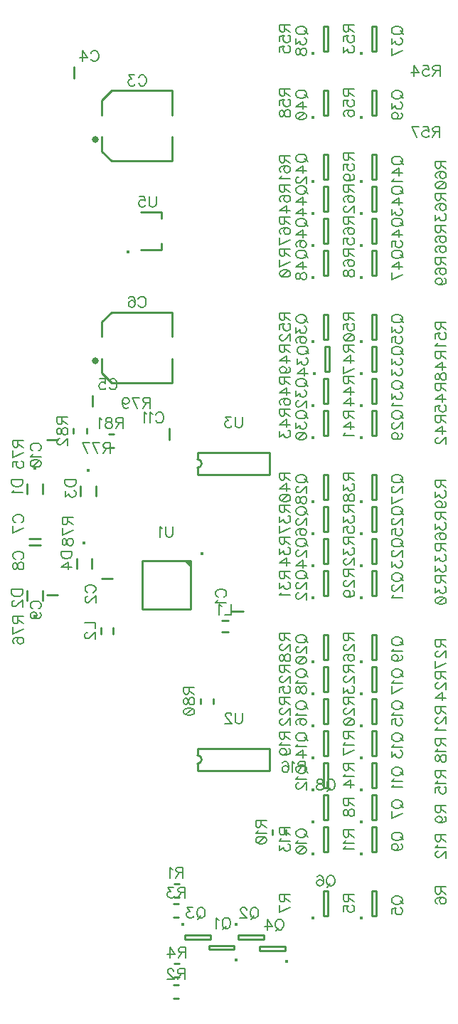
<source format=gbr>
G04 DipTrace 3.3.1.3*
G04 BottomSilk.gbr*
%MOIN*%
G04 #@! TF.FileFunction,Legend,Bot*
G04 #@! TF.Part,Single*
%ADD10C,0.009843*%
%ADD18C,0.031451*%
%ADD21C,0.015746*%
%ADD27C,0.015404*%
%ADD29C,0.015422*%
%ADD33O,0.016542X0.016422*%
%ADD38C,0.01542*%
%ADD88C,0.00772*%
%FSLAX26Y26*%
G04*
G70*
G90*
G75*
G01*
G04 BotSilk*
%LPD*%
X1611881Y2314841D2*
D10*
X1663022D1*
X1050522Y2466310D2*
X999381D1*
X1046643Y4422450D2*
X1331840D1*
X1001719Y4467330D2*
X1046643Y4422450D1*
Y4752450D2*
X1331840D1*
X1001719Y4707570D2*
X1046643Y4752450D1*
X1001719Y4536267D2*
Y4467330D1*
Y4707570D2*
Y4638633D1*
X1331840Y4536267D2*
Y4422450D1*
Y4752450D2*
Y4638633D1*
D18*
X969919Y4524453D3*
X871092Y4863022D2*
D10*
Y4811881D1*
X958593Y3325521D2*
Y3274379D1*
X1046643Y3384951D2*
X1331840D1*
X1001719Y3429831D2*
X1046643Y3384951D1*
Y3714951D2*
X1331840D1*
X1001719Y3670071D2*
X1046643Y3714951D1*
X1001719Y3498768D2*
Y3429831D1*
Y3670071D2*
Y3601134D1*
X1331840Y3498768D2*
Y3384951D1*
Y3714951D2*
Y3601134D1*
D18*
X969919Y3486954D3*
X661881Y2652341D2*
D10*
X713022D1*
Y2622560D2*
X661881D1*
X794272Y2391310D2*
X743130D1*
X794272Y3116310D2*
X743130D1*
X1316311Y3118130D2*
Y3169272D1*
X652022Y2911165D2*
Y2863932D1*
X722884Y2911165D2*
Y2863932D1*
D21*
X687453Y2983999D3*
X722881Y2363738D2*
D10*
Y2410971D1*
X652019Y2363738D2*
Y2410971D1*
D21*
X687450Y2290904D3*
X902022Y2899697D2*
D10*
Y2852465D1*
X972884Y2899697D2*
Y2852465D1*
D21*
X937453Y2972532D3*
X883272Y2562197D2*
D10*
Y2514965D1*
X954135Y2562197D2*
Y2514965D1*
D21*
X918703Y2635032D3*
X1594171Y2216110D2*
D10*
X1562671D1*
X1594171Y2271228D2*
X1562671D1*
X1052542Y2237920D2*
Y2206420D1*
X997424Y2237920D2*
Y2206420D1*
D27*
X1630802Y678993D3*
X1621601Y729135D2*
D10*
X1503496D1*
Y748820D1*
X1621601D1*
Y729135D1*
D27*
X1631604Y845910D3*
X1640805Y795768D2*
D10*
X1758909D1*
Y776083D1*
X1640805D1*
Y795768D1*
D27*
X1381604Y845910D3*
X1390805Y795768D2*
D10*
X1508909D1*
Y776083D1*
X1390805D1*
Y795768D1*
D27*
X1868300Y672741D3*
X1859100Y722883D2*
D10*
X1740995D1*
Y742568D1*
X1859100D1*
Y722883D1*
D29*
X2216492Y876386D3*
X2266634Y885587D2*
D10*
Y1003692D1*
X2286319D1*
Y885587D1*
X2266634D1*
D29*
X1991492Y876386D3*
X2041634Y885587D2*
D10*
Y1003692D1*
X2061319D1*
Y885587D1*
X2041634D1*
D29*
X2216492Y1326385D3*
X2266634Y1335585D2*
D10*
Y1453690D1*
X2286319D1*
Y1335585D1*
X2266634D1*
D29*
X1991492Y1326385D3*
X2041634Y1335585D2*
D10*
Y1453690D1*
X2061319D1*
Y1335585D1*
X2041634D1*
D29*
X2216492Y1176386D3*
X2266634Y1185587D2*
D10*
Y1303692D1*
X2286319D1*
Y1185587D1*
X2266634D1*
D29*
X1991492Y1176386D3*
X2041634Y1185587D2*
D10*
Y1303692D1*
X2061319D1*
Y1185587D1*
X2041634D1*
D29*
X2216492Y1476386D3*
X2266634Y1485587D2*
D10*
Y1603692D1*
X2286319D1*
Y1485587D1*
X2266634D1*
D29*
X1991492Y1476386D3*
X2041634Y1485587D2*
D10*
Y1603692D1*
X2061319D1*
Y1485587D1*
X2041634D1*
D29*
X2216492Y1626385D3*
X2266634Y1635585D2*
D10*
Y1753690D1*
X2286319D1*
Y1635585D1*
X2266634D1*
D29*
X1991492Y1626385D3*
X2041634Y1635585D2*
D10*
Y1753690D1*
X2061319D1*
Y1635585D1*
X2041634D1*
D29*
X2216492Y1776386D3*
X2266634Y1785587D2*
D10*
Y1903692D1*
X2286319D1*
Y1785587D1*
X2266634D1*
D29*
X1991492Y1776386D3*
X2041634Y1785587D2*
D10*
Y1903692D1*
X2061319D1*
Y1785587D1*
X2041634D1*
D29*
X2216492Y1926385D3*
X2266634Y1935585D2*
D10*
Y2053690D1*
X2286319D1*
Y1935585D1*
X2266634D1*
D29*
X1991492Y1926385D3*
X2041634Y1935585D2*
D10*
Y2053690D1*
X2061319D1*
Y1935585D1*
X2041634D1*
D29*
X2216492Y2076386D3*
X2266634Y2085587D2*
D10*
Y2203692D1*
X2286319D1*
Y2085587D1*
X2266634D1*
D29*
X1991492Y2076386D3*
X2041634Y2085587D2*
D10*
Y2203692D1*
X2061319D1*
Y2085587D1*
X2041634D1*
D29*
X2216492Y2376386D3*
X2266634Y2385587D2*
D10*
Y2503692D1*
X2286319D1*
Y2385587D1*
X2266634D1*
D29*
X1991492Y2376386D3*
X2041634Y2385587D2*
D10*
Y2503692D1*
X2061319D1*
Y2385587D1*
X2041634D1*
D29*
X2216492Y2526386D3*
X2266634Y2535587D2*
D10*
Y2653692D1*
X2286319D1*
Y2535587D1*
X2266634D1*
D29*
X1991492Y2526386D3*
X2041634Y2535587D2*
D10*
Y2653692D1*
X2061319D1*
Y2535587D1*
X2041634D1*
D29*
X2216492Y2676386D3*
X2266634Y2685587D2*
D10*
Y2803692D1*
X2286319D1*
Y2685587D1*
X2266634D1*
D29*
X1991492Y2676386D3*
X2041634Y2685587D2*
D10*
Y2803692D1*
X2061319D1*
Y2685587D1*
X2041634D1*
D29*
X2216492Y2826386D3*
X2266634Y2835587D2*
D10*
Y2953692D1*
X2286319D1*
Y2835587D1*
X2266634D1*
D29*
X1991492Y2826386D3*
X2041634Y2835587D2*
D10*
Y2953692D1*
X2061319D1*
Y2835587D1*
X2041634D1*
D29*
X2216492Y3126386D3*
X2266634Y3135587D2*
D10*
Y3253692D1*
X2286319D1*
Y3135587D1*
X2266634D1*
D29*
X1991492Y3126386D3*
X2041634Y3135587D2*
D10*
Y3253692D1*
X2061319D1*
Y3135587D1*
X2041634D1*
D29*
X2216492Y3276386D3*
X2266634Y3285587D2*
D10*
Y3403692D1*
X2286319D1*
Y3285587D1*
X2266634D1*
D29*
X1991492Y3276386D3*
X2041634Y3285587D2*
D10*
Y3403692D1*
X2061319D1*
Y3285587D1*
X2041634D1*
D29*
X2216492Y3426386D3*
X2266634Y3435587D2*
D10*
Y3553692D1*
X2286319D1*
Y3435587D1*
X2266634D1*
D29*
X1997743Y3426386D3*
X2047884Y3435587D2*
D10*
Y3553692D1*
X2067570D1*
Y3435587D1*
X2047884D1*
D29*
X2216492Y3576386D3*
X2266634Y3585587D2*
D10*
Y3703692D1*
X2286319D1*
Y3585587D1*
X2266634D1*
D29*
X1991492Y3576386D3*
X2041634Y3585587D2*
D10*
Y3703692D1*
X2061319D1*
Y3585587D1*
X2041634D1*
D29*
X2216492Y4926386D3*
X2266634Y4935587D2*
D10*
Y5053692D1*
X2286319D1*
Y4935587D1*
X2266634D1*
D29*
X1991492Y4926386D3*
X2041634Y4935587D2*
D10*
Y5053692D1*
X2061319D1*
Y4935587D1*
X2041634D1*
D29*
X2216492Y4626386D3*
X2266634Y4635587D2*
D10*
Y4753692D1*
X2286319D1*
Y4635587D1*
X2266634D1*
D29*
X1991492Y4626386D3*
X2041634Y4635587D2*
D10*
Y4753692D1*
X2061319D1*
Y4635587D1*
X2041634D1*
D29*
X2216492Y4326386D3*
X2266634Y4335587D2*
D10*
Y4453692D1*
X2286319D1*
Y4335587D1*
X2266634D1*
D29*
X1991492Y4326386D3*
X2041634Y4335587D2*
D10*
Y4453692D1*
X2061319D1*
Y4335587D1*
X2041634D1*
D29*
X2216492Y4176386D3*
X2266634Y4185587D2*
D10*
Y4303692D1*
X2286319D1*
Y4185587D1*
X2266634D1*
D29*
X1991492Y4176386D3*
X2041634Y4185587D2*
D10*
Y4303692D1*
X2061319D1*
Y4185587D1*
X2041634D1*
D29*
X2216492Y4026386D3*
X2266634Y4035587D2*
D10*
Y4153692D1*
X2286319D1*
Y4035587D1*
X2266634D1*
D29*
X1991492Y4026386D3*
X2041634Y4035587D2*
D10*
Y4153692D1*
X2061319D1*
Y4035587D1*
X2041634D1*
D29*
X2216492Y3876386D3*
X2266634Y3885587D2*
D10*
Y4003692D1*
X2286319D1*
Y3885587D1*
X2266634D1*
D29*
X1991492Y3876386D3*
X2041634Y3885587D2*
D10*
Y4003692D1*
X2061319D1*
Y3885587D1*
X2041634D1*
X1362864Y974736D2*
X1339304D1*
X1362864Y1037665D2*
X1339304D1*
X1336007Y562665D2*
X1359566D1*
X1336007Y499736D2*
X1359566D1*
X1338073Y943916D2*
X1361633D1*
X1338073Y880987D2*
X1361633D1*
X1362864Y599736D2*
X1339304D1*
X1362864Y662665D2*
X1339304D1*
X1799738Y1268289D2*
Y1291848D1*
X1862667Y1268289D2*
Y1291848D1*
X1462236Y1880789D2*
Y1904348D1*
X1525165Y1880789D2*
Y1904348D1*
X1056613Y3080987D2*
X1033054D1*
X1056613Y3143916D2*
X1033054D1*
X931416Y3169113D2*
Y3145554D1*
X868487Y3169113D2*
Y3145554D1*
X1417508Y2551929D2*
X1189185D1*
Y2323565D1*
X1417508D1*
Y2551929D1*
D33*
X1469161Y2583044D3*
G36*
X1417508Y2551929D2*
Y2520436D1*
X1386015Y2551929D1*
X1417508D1*
G37*
X1449404Y1670873D2*
D10*
X1787997D1*
X1449404Y1568497D2*
X1787997D1*
Y1670873D2*
Y1568497D1*
X1449404Y1670873D2*
Y1639380D1*
Y1599991D2*
Y1568497D1*
Y1639380D2*
G02X1449404Y1599991I12J-19694D01*
G01*
Y3057339D2*
X1787997D1*
X1449404Y2954963D2*
X1787997D1*
Y3057339D2*
Y2954963D1*
X1449404Y3057339D2*
Y3025845D1*
Y2986456D2*
Y2954963D1*
Y3025845D2*
G02X1449404Y2986456I12J-19694D01*
G01*
X1183085Y4007923D2*
X1281491D1*
Y4037464D1*
Y4155549D2*
Y4185089D1*
X1183085D1*
D38*
X1124455Y3998826D3*
X1546639Y2381499D2*
D88*
X1541886Y2383876D1*
X1537077Y2388684D1*
X1534701Y2393438D1*
Y2402999D1*
X1537077Y2407808D1*
X1541886Y2412561D1*
X1546639Y2414993D1*
X1553824Y2417369D1*
X1565818D1*
X1572947Y2414993D1*
X1577756Y2412561D1*
X1582509Y2407808D1*
X1584941Y2402999D1*
Y2393437D1*
X1582509Y2388684D1*
X1577756Y2383876D1*
X1572947Y2381499D1*
X1544318Y2366060D2*
X1541886Y2361252D1*
X1534756Y2354067D1*
X1584941D1*
X934139Y2401964D2*
X929386Y2404341D1*
X924577Y2409150D1*
X922201Y2413903D1*
Y2423464D1*
X924577Y2428273D1*
X929386Y2433026D1*
X934139Y2435458D1*
X941324Y2437834D1*
X953318D1*
X960447Y2435458D1*
X965256Y2433026D1*
X970009Y2428273D1*
X972441Y2423464D1*
Y2413903D1*
X970009Y2409149D1*
X965256Y2404341D1*
X960447Y2401964D1*
X934194Y2384093D2*
X931818D1*
X927009Y2381717D1*
X924633Y2379340D1*
X922256Y2374532D1*
Y2364970D1*
X924633Y2360217D1*
X927009Y2357840D1*
X931818Y2355409D1*
X936571D1*
X941379Y2357840D1*
X948509Y2362594D1*
X972441Y2386525D1*
Y2353032D1*
X1173311Y4813735D2*
X1175687Y4818488D1*
X1180496Y4823297D1*
X1185249Y4825673D1*
X1194811D1*
X1199619Y4823297D1*
X1204372Y4818488D1*
X1206804Y4813735D1*
X1209181Y4806550D1*
Y4794556D1*
X1206804Y4787427D1*
X1204372Y4782618D1*
X1199619Y4777865D1*
X1194811Y4775433D1*
X1185249D1*
X1180496Y4777865D1*
X1175687Y4782618D1*
X1173311Y4787427D1*
X1153063Y4825618D2*
X1126810D1*
X1141125Y4806495D1*
X1133940D1*
X1129187Y4804118D1*
X1126810Y4801741D1*
X1124378Y4794556D1*
Y4789803D1*
X1126810Y4782618D1*
X1131563Y4777810D1*
X1138748Y4775433D1*
X1145933D1*
X1153063Y4777810D1*
X1155440Y4780242D1*
X1157872Y4784995D1*
X949688Y4928264D2*
X952065Y4933017D1*
X956873Y4937825D1*
X961626Y4940202D1*
X971188D1*
X975996Y4937825D1*
X980750Y4933017D1*
X983181Y4928264D1*
X985558Y4921079D1*
Y4909085D1*
X983181Y4901956D1*
X980750Y4897147D1*
X975996Y4892394D1*
X971188Y4889962D1*
X961626D1*
X956873Y4892394D1*
X952065Y4897147D1*
X949688Y4901956D1*
X910317Y4889962D2*
Y4940147D1*
X934249Y4906709D1*
X898379D1*
X1036001Y3390763D2*
X1038378Y3395516D1*
X1043186Y3400324D1*
X1047939Y3402701D1*
X1057501D1*
X1062309Y3400324D1*
X1067063Y3395516D1*
X1069494Y3390763D1*
X1071871Y3383578D1*
Y3371584D1*
X1069494Y3364454D1*
X1067063Y3359646D1*
X1062309Y3354893D1*
X1057501Y3352461D1*
X1047939D1*
X1043186Y3354893D1*
X1038378Y3359646D1*
X1036001Y3364454D1*
X991877Y3402645D2*
X1015753D1*
X1018130Y3381146D1*
X1015753Y3383522D1*
X1008568Y3385954D1*
X1001439D1*
X994254Y3383522D1*
X989445Y3378769D1*
X987069Y3371584D1*
Y3366831D1*
X989445Y3359646D1*
X994254Y3354837D1*
X1001439Y3352461D1*
X1008568D1*
X1015753Y3354837D1*
X1018130Y3357269D1*
X1020562Y3362022D1*
X1172095Y3776236D2*
X1174472Y3780989D1*
X1179280Y3785798D1*
X1184033Y3788175D1*
X1193595D1*
X1198403Y3785798D1*
X1203156Y3780989D1*
X1205588Y3776236D1*
X1207965Y3769051D1*
Y3757058D1*
X1205588Y3749928D1*
X1203156Y3745120D1*
X1198403Y3740366D1*
X1193595Y3737935D1*
X1184033D1*
X1179280Y3740366D1*
X1174472Y3745120D1*
X1172095Y3749928D1*
X1127971Y3780989D2*
X1130347Y3785743D1*
X1137532Y3788119D1*
X1142286D1*
X1149471Y3785743D1*
X1154279Y3778558D1*
X1156656Y3766619D1*
Y3754681D1*
X1154279Y3745120D1*
X1149471Y3740311D1*
X1142286Y3737935D1*
X1139909D1*
X1132779Y3740311D1*
X1127971Y3745120D1*
X1125594Y3752305D1*
Y3754681D1*
X1127971Y3761866D1*
X1132779Y3766619D1*
X1139909Y3768996D1*
X1142286D1*
X1149471Y3766619D1*
X1154279Y3761866D1*
X1156656Y3754681D1*
X596639Y2729749D2*
X591886Y2732126D1*
X587077Y2736934D1*
X584701Y2741687D1*
Y2751249D1*
X587077Y2756058D1*
X591886Y2760811D1*
X596639Y2763243D1*
X603824Y2765619D1*
X615818D1*
X622947Y2763243D1*
X627756Y2760811D1*
X632509Y2756057D1*
X634941Y2751249D1*
Y2741687D1*
X632509Y2736934D1*
X627756Y2732126D1*
X622947Y2729749D1*
X634941Y2704748D2*
X584756Y2680817D1*
Y2714310D1*
X596639Y2558187D2*
X591886Y2560564D1*
X587077Y2565373D1*
X584701Y2570126D1*
Y2579687D1*
X587077Y2584496D1*
X591886Y2589249D1*
X596639Y2591681D1*
X603824Y2594057D1*
X615818D1*
X622947Y2591681D1*
X627756Y2589249D1*
X632509Y2584496D1*
X634941Y2579687D1*
Y2570126D1*
X632509Y2565372D1*
X627756Y2560564D1*
X622947Y2558187D1*
X584756Y2530810D2*
X587133Y2537940D1*
X591886Y2540372D1*
X596694D1*
X601448Y2537940D1*
X603879Y2533187D1*
X606256Y2523625D1*
X608633Y2516440D1*
X613441Y2511687D1*
X618194Y2509310D1*
X625379D1*
X630132Y2511687D1*
X632564Y2514063D1*
X634941Y2521248D1*
Y2530810D1*
X632564Y2537940D1*
X630132Y2540372D1*
X625379Y2542748D1*
X618194D1*
X613441Y2540372D1*
X608633Y2535563D1*
X606256Y2528433D1*
X603879Y2518872D1*
X601447Y2514063D1*
X596694Y2511687D1*
X591886D1*
X587133Y2514063D1*
X584756Y2521248D1*
Y2530810D1*
X677888Y2325776D2*
X673135Y2328153D1*
X668327Y2332961D1*
X665950Y2337714D1*
Y2347276D1*
X668327Y2352084D1*
X673135Y2356838D1*
X677888Y2359269D1*
X685073Y2361646D1*
X697067D1*
X704197Y2359269D1*
X709005Y2356838D1*
X713758Y2352084D1*
X716190Y2347276D1*
Y2337714D1*
X713758Y2332961D1*
X709005Y2328153D1*
X704197Y2325776D1*
X682697Y2279220D2*
X689882Y2281652D1*
X694690Y2286405D1*
X697067Y2293590D1*
Y2295967D1*
X694690Y2303152D1*
X689882Y2307905D1*
X682697Y2310337D1*
X680320D1*
X673135Y2307905D1*
X668382Y2303152D1*
X666005Y2295967D1*
Y2293590D1*
X668382Y2286405D1*
X673135Y2281652D1*
X682697Y2279220D1*
X694690D1*
X706629Y2281652D1*
X713814Y2286405D1*
X716190Y2293590D1*
Y2298343D1*
X713814Y2305528D1*
X709005Y2307905D1*
X677888Y3065681D2*
X673135Y3068057D1*
X668327Y3072866D1*
X665950Y3077619D1*
Y3087181D1*
X668327Y3091989D1*
X673135Y3096742D1*
X677888Y3099174D1*
X685073Y3101551D1*
X697067D1*
X704197Y3099174D1*
X709005Y3096742D1*
X713758Y3091989D1*
X716190Y3087181D1*
Y3077619D1*
X713758Y3072866D1*
X709005Y3068057D1*
X704197Y3065681D1*
X675567Y3050242D2*
X673135Y3045433D1*
X666005Y3038248D1*
X716190D1*
X666005Y3008439D2*
X668382Y3015624D1*
X675567Y3020432D1*
X687505Y3022809D1*
X694690D1*
X706629Y3020432D1*
X713814Y3015624D1*
X716190Y3008439D1*
Y3003686D1*
X713814Y2996501D1*
X706629Y2991747D1*
X694690Y2989316D1*
X687505D1*
X675567Y2991747D1*
X668382Y2996501D1*
X666005Y3003686D1*
Y3008439D1*
X675567Y2991747D2*
X706629Y3020432D1*
X1254932Y3234513D2*
X1257309Y3239266D1*
X1262117Y3244075D1*
X1266870Y3246451D1*
X1276432D1*
X1281240Y3244075D1*
X1285994Y3239266D1*
X1288425Y3234513D1*
X1290802Y3227328D1*
Y3215335D1*
X1288425Y3208205D1*
X1285994Y3203396D1*
X1281240Y3198643D1*
X1276432Y3196211D1*
X1266870D1*
X1262117Y3198643D1*
X1257309Y3203396D1*
X1254932Y3208205D1*
X1239493Y3236835D2*
X1234684Y3239266D1*
X1227499Y3246396D1*
Y3196211D1*
X1212060Y3236835D2*
X1207252Y3239266D1*
X1200067Y3246396D1*
Y3196211D1*
X578799Y2930808D2*
X629039D1*
Y2914062D1*
X626607Y2906877D1*
X621854Y2902068D1*
X617045Y2899692D1*
X609915Y2897315D1*
X597922D1*
X590737Y2899692D1*
X585984Y2902068D1*
X581175Y2906877D1*
X578799Y2914062D1*
Y2930808D1*
X588416Y2881876D2*
X585984Y2877067D1*
X578854Y2869882D1*
X629039D1*
X578796Y2415771D2*
X629036D1*
Y2399024D1*
X626604Y2391839D1*
X621851Y2387031D1*
X617043Y2384654D1*
X609913Y2382277D1*
X597919D1*
X590734Y2384654D1*
X585981Y2387031D1*
X581173Y2391839D1*
X578796Y2399024D1*
Y2415771D1*
X590789Y2364406D2*
X588413D1*
X583604Y2362030D1*
X581228Y2359653D1*
X578851Y2354845D1*
Y2345283D1*
X581228Y2340530D1*
X583604Y2338153D1*
X588413Y2335722D1*
X593166D1*
X597974Y2338153D1*
X605104Y2342907D1*
X629036Y2366838D1*
Y2333345D1*
X828799Y2930091D2*
X879039D1*
Y2913344D1*
X876607Y2906159D1*
X871854Y2901351D1*
X867045Y2898974D1*
X859915Y2896598D1*
X847922D1*
X840737Y2898974D1*
X835984Y2901351D1*
X831175Y2906159D1*
X828799Y2913344D1*
Y2930091D1*
X828854Y2876350D2*
Y2850097D1*
X847977Y2864412D1*
Y2857227D1*
X850354Y2852474D1*
X852730Y2850097D1*
X859915Y2847665D1*
X864669D1*
X871854Y2850097D1*
X876662Y2854850D1*
X879039Y2862035D1*
Y2869220D1*
X876662Y2876350D1*
X874230Y2878727D1*
X869477Y2881158D1*
X810049Y2593779D2*
X860289D1*
Y2577033D1*
X857857Y2569848D1*
X853104Y2565039D1*
X848296Y2562662D1*
X841166Y2560286D1*
X829173D1*
X821988Y2562663D1*
X817234Y2565039D1*
X812426Y2569848D1*
X810049Y2577033D1*
Y2593779D1*
X860289Y2520915D2*
X810105D1*
X843543Y2544847D1*
Y2508977D1*
X1606455Y2348420D2*
Y2298180D1*
X1577770D1*
X1562331Y2338803D2*
X1557523Y2341235D1*
X1550338Y2348365D1*
Y2298180D1*
X920232Y2260954D2*
X970472D1*
Y2232270D1*
X932226Y2214399D2*
X929849D1*
X925041Y2212022D1*
X922664Y2209645D1*
X920288Y2204837D1*
Y2195275D1*
X922664Y2190522D1*
X925041Y2188146D1*
X929849Y2185714D1*
X934602D1*
X939411Y2188146D1*
X946541Y2192899D1*
X970472Y2216830D1*
Y2183337D1*
X1589497Y878146D2*
X1594250Y875824D1*
X1599059Y871016D1*
X1601435Y866207D1*
X1603867Y859022D1*
Y847084D1*
X1601435Y839899D1*
X1599059Y835146D1*
X1594250Y830338D1*
X1589497Y827961D1*
X1579936D1*
X1575127Y830338D1*
X1570374Y835146D1*
X1567997Y839899D1*
X1565565Y847084D1*
Y859022D1*
X1567997Y866207D1*
X1570374Y871016D1*
X1575127Y875824D1*
X1579936Y878146D1*
X1589497D1*
X1582312Y837523D2*
X1567997Y823152D1*
X1550126Y868529D2*
X1545318Y870961D1*
X1538133Y878090D1*
Y827906D1*
X1720653Y926844D2*
X1725406Y924522D1*
X1730214Y919714D1*
X1732591Y914906D1*
X1735023Y907721D1*
Y895782D1*
X1732591Y888597D1*
X1730214Y883844D1*
X1725406Y879036D1*
X1720653Y876659D1*
X1711091D1*
X1706283Y879036D1*
X1701529Y883844D1*
X1699153Y888597D1*
X1696721Y895782D1*
Y907721D1*
X1699153Y914906D1*
X1701529Y919714D1*
X1706283Y924522D1*
X1711091Y926844D1*
X1720653D1*
X1713468Y886221D2*
X1699153Y871851D1*
X1678850Y914850D2*
Y917227D1*
X1676473Y922035D1*
X1674097Y924412D1*
X1669288Y926789D1*
X1659727D1*
X1654973Y924412D1*
X1652597Y922035D1*
X1650165Y917227D1*
Y912474D1*
X1652597Y907665D1*
X1657350Y900536D1*
X1681282Y876604D1*
X1647788D1*
X1470653Y926844D2*
X1475406Y924522D1*
X1480214Y919714D1*
X1482591Y914906D1*
X1485023Y907721D1*
Y895782D1*
X1482591Y888597D1*
X1480214Y883844D1*
X1475406Y879036D1*
X1470653Y876659D1*
X1461091D1*
X1456283Y879036D1*
X1451529Y883844D1*
X1449153Y888597D1*
X1446721Y895782D1*
Y907721D1*
X1449153Y914906D1*
X1451529Y919714D1*
X1456283Y924522D1*
X1461091Y926844D1*
X1470653D1*
X1463468Y886221D2*
X1449153Y871851D1*
X1426473Y926789D2*
X1400220D1*
X1414535Y907665D1*
X1407350D1*
X1402597Y905289D1*
X1400220Y902912D1*
X1397788Y895727D1*
Y890974D1*
X1400220Y883789D1*
X1404973Y878980D1*
X1412158Y876604D1*
X1419343D1*
X1426473Y878980D1*
X1428850Y881412D1*
X1431282Y886165D1*
X1838934Y871894D2*
X1843687Y869572D1*
X1848496Y864764D1*
X1850872Y859955D1*
X1853304Y852770D1*
Y840832D1*
X1850872Y833647D1*
X1848496Y828894D1*
X1843687Y824086D1*
X1838934Y821709D1*
X1829372D1*
X1824564Y824086D1*
X1819811Y828894D1*
X1817434Y833647D1*
X1815002Y840832D1*
Y852770D1*
X1817434Y859955D1*
X1819811Y864764D1*
X1824564Y869572D1*
X1829372Y871894D1*
X1838934D1*
X1831749Y831271D2*
X1817434Y816900D1*
X1775631Y821654D2*
Y871838D1*
X1799563Y838400D1*
X1763693D1*
X2359380Y965435D2*
X2361701Y970188D1*
X2366510Y974996D1*
X2371318Y977373D1*
X2378503Y979805D1*
X2390441D1*
X2397627Y977373D1*
X2402380Y974996D1*
X2407188Y970188D1*
X2409565Y965435D1*
Y955873D1*
X2407188Y951065D1*
X2402380Y946312D1*
X2397627Y943935D1*
X2390441Y941503D1*
X2378503D1*
X2371318Y943935D1*
X2366510Y946312D1*
X2361701Y951065D1*
X2359380Y955873D1*
Y965435D1*
X2400003Y958250D2*
X2414373Y943935D1*
X2359435Y897379D2*
Y921255D1*
X2380935Y923632D1*
X2378559Y921255D1*
X2376127Y914070D1*
Y906941D1*
X2378558Y899756D1*
X2383312Y894947D1*
X2390497Y892571D1*
X2395250D1*
X2402435Y894947D1*
X2407243Y899756D1*
X2409620Y906941D1*
Y914070D1*
X2407243Y921255D1*
X2404812Y923632D1*
X2400058Y926064D1*
X2078632Y1076915D2*
X2083385Y1074593D1*
X2088194Y1069785D1*
X2090570Y1064976D1*
X2093002Y1057791D1*
Y1045853D1*
X2090570Y1038668D1*
X2088194Y1033915D1*
X2083385Y1029107D1*
X2078632Y1026730D1*
X2069071D1*
X2064262Y1029107D1*
X2059509Y1033915D1*
X2057132Y1038668D1*
X2054701Y1045853D1*
Y1057791D1*
X2057132Y1064976D1*
X2059509Y1069785D1*
X2064262Y1074593D1*
X2069071Y1076915D1*
X2078632D1*
X2071447Y1036292D2*
X2057132Y1021921D1*
X2010576Y1069730D2*
X2012953Y1074483D1*
X2020138Y1076859D1*
X2024891D1*
X2032076Y1074483D1*
X2036885Y1067298D1*
X2039261Y1055360D1*
Y1043421D1*
X2036885Y1033860D1*
X2032076Y1029051D1*
X2024891Y1026675D1*
X2022515D1*
X2015385Y1029051D1*
X2010576Y1033860D1*
X2008200Y1041045D1*
Y1043421D1*
X2010576Y1050606D1*
X2015385Y1055360D1*
X2022515Y1057736D1*
X2024891D1*
X2032076Y1055360D1*
X2036885Y1050606D1*
X2039261Y1043421D1*
X2359380Y1415434D2*
X2361701Y1420187D1*
X2366510Y1424995D1*
X2371318Y1427372D1*
X2378503Y1429804D1*
X2390441D1*
X2397627Y1427372D1*
X2402380Y1424995D1*
X2407188Y1420187D1*
X2409565Y1415433D1*
Y1405872D1*
X2407188Y1401063D1*
X2402380Y1396310D1*
X2397627Y1393934D1*
X2390441Y1391502D1*
X2378503D1*
X2371318Y1393934D1*
X2366510Y1396310D1*
X2361701Y1401063D1*
X2359380Y1405872D1*
Y1415434D1*
X2400003Y1408248D2*
X2414373Y1393934D1*
X2409620Y1366501D2*
X2359435Y1342569D1*
Y1376063D1*
X2079821Y1526913D2*
X2084574Y1524592D1*
X2089382Y1519784D1*
X2091759Y1514975D1*
X2094191Y1507790D1*
Y1495852D1*
X2091759Y1488667D1*
X2089382Y1483914D1*
X2084574Y1479105D1*
X2079821Y1476729D1*
X2070259D1*
X2065450Y1479105D1*
X2060697Y1483914D1*
X2058321Y1488667D1*
X2055889Y1495852D1*
Y1507790D1*
X2058321Y1514975D1*
X2060697Y1519784D1*
X2065450Y1524592D1*
X2070259Y1526913D1*
X2079821D1*
X2072635Y1486290D2*
X2058321Y1471920D1*
X2028511Y1526858D2*
X2035641Y1524482D1*
X2038073Y1519728D1*
Y1514920D1*
X2035641Y1510167D1*
X2030888Y1507735D1*
X2021326Y1505358D1*
X2014141Y1502982D1*
X2009388Y1498173D1*
X2007011Y1493420D1*
Y1486235D1*
X2009388Y1481482D1*
X2011765Y1479050D1*
X2018950Y1476673D1*
X2028511D1*
X2035641Y1479050D1*
X2038073Y1481482D1*
X2040450Y1486235D1*
Y1493420D1*
X2038073Y1498173D1*
X2033265Y1502982D1*
X2026135Y1505358D1*
X2016573Y1507735D1*
X2011765Y1510167D1*
X2009388Y1514920D1*
Y1519728D1*
X2011765Y1524482D1*
X2018950Y1526858D1*
X2028511D1*
X2359380Y1264247D2*
X2361701Y1269000D1*
X2366510Y1273808D1*
X2371318Y1276185D1*
X2378503Y1278617D1*
X2390441D1*
X2397627Y1276185D1*
X2402380Y1273808D1*
X2407188Y1269000D1*
X2409565Y1264246D1*
Y1254685D1*
X2407188Y1249876D1*
X2402380Y1245123D1*
X2397627Y1242747D1*
X2390441Y1240315D1*
X2378503D1*
X2371318Y1242747D1*
X2366510Y1245123D1*
X2361701Y1249876D1*
X2359380Y1254685D1*
Y1264247D1*
X2400003Y1257061D2*
X2414373Y1242747D1*
X2376127Y1193759D2*
X2383312Y1196191D1*
X2388120Y1200944D1*
X2390497Y1208129D1*
Y1210506D1*
X2388120Y1217691D1*
X2383312Y1222444D1*
X2376127Y1224876D1*
X2373750D1*
X2366565Y1222444D1*
X2361812Y1217691D1*
X2359435Y1210506D1*
Y1208129D1*
X2361812Y1200944D1*
X2366565Y1196191D1*
X2376127Y1193759D1*
X2388120D1*
X2400058Y1196191D1*
X2407243Y1200944D1*
X2409620Y1208129D1*
Y1212882D1*
X2407243Y1220067D1*
X2402435Y1222444D1*
X1910558Y1279151D2*
X1912879Y1283904D1*
X1917688Y1288713D1*
X1922496Y1291089D1*
X1929681Y1293521D1*
X1941619D1*
X1948804Y1291089D1*
X1953557Y1288713D1*
X1958366Y1283904D1*
X1960743Y1279151D1*
Y1269590D1*
X1958366Y1264781D1*
X1953557Y1260028D1*
X1948804Y1257651D1*
X1941619Y1255219D1*
X1929681D1*
X1922496Y1257651D1*
X1917688Y1260028D1*
X1912879Y1264781D1*
X1910558Y1269590D1*
Y1279151D1*
X1951181Y1271966D2*
X1965551Y1257651D1*
X1920175Y1239780D2*
X1917743Y1234972D1*
X1910613Y1227787D1*
X1960798D1*
X1910613Y1197977D2*
X1912990Y1205163D1*
X1920175Y1209971D1*
X1932113Y1212348D1*
X1939298D1*
X1951236Y1209971D1*
X1958421Y1205162D1*
X1960798Y1197977D1*
Y1193224D1*
X1958421Y1186039D1*
X1951236Y1181286D1*
X1939298Y1178854D1*
X1932113D1*
X1920175Y1181286D1*
X1912990Y1186039D1*
X1910613Y1193224D1*
Y1197977D1*
X1920175Y1181286D2*
X1951236Y1209971D1*
X2359380Y1568401D2*
X2361701Y1573154D1*
X2366510Y1577963D1*
X2371318Y1580339D1*
X2378503Y1582771D1*
X2390441D1*
X2397627Y1580339D1*
X2402380Y1577963D1*
X2407188Y1573154D1*
X2409565Y1568401D1*
Y1558840D1*
X2407188Y1554031D1*
X2402380Y1549278D1*
X2397627Y1546901D1*
X2390441Y1544470D1*
X2378503D1*
X2371318Y1546901D1*
X2366510Y1549278D1*
X2361701Y1554031D1*
X2359380Y1558840D1*
Y1568401D1*
X2400003Y1561216D2*
X2414373Y1546901D1*
X2368997Y1529030D2*
X2366565Y1524222D1*
X2359435Y1517037D1*
X2409620D1*
X2368997Y1501598D2*
X2366565Y1496789D1*
X2359435Y1489604D1*
X2409620D1*
X1910558Y1579151D2*
X1912879Y1583904D1*
X1917688Y1588713D1*
X1922496Y1591089D1*
X1929681Y1593521D1*
X1941619D1*
X1948804Y1591089D1*
X1953557Y1588713D1*
X1958366Y1583904D1*
X1960743Y1579151D1*
Y1569590D1*
X1958366Y1564781D1*
X1953557Y1560028D1*
X1948804Y1557651D1*
X1941619Y1555219D1*
X1929681D1*
X1922496Y1557651D1*
X1917688Y1560028D1*
X1912879Y1564781D1*
X1910558Y1569590D1*
Y1579151D1*
X1951181Y1571966D2*
X1965551Y1557651D1*
X1920175Y1539780D2*
X1917743Y1534972D1*
X1910613Y1527787D1*
X1960798D1*
X1922551Y1509916D2*
X1920175D1*
X1915366Y1507539D1*
X1912990Y1505163D1*
X1910613Y1500354D1*
Y1490792D1*
X1912990Y1486039D1*
X1915366Y1483663D1*
X1920175Y1481231D1*
X1924928D1*
X1929736Y1483663D1*
X1936866Y1488416D1*
X1960798Y1512347D1*
Y1478854D1*
X2359380Y1729150D2*
X2361701Y1733903D1*
X2366510Y1738711D1*
X2371318Y1741088D1*
X2378503Y1743520D1*
X2390441D1*
X2397627Y1741088D1*
X2402380Y1738711D1*
X2407188Y1733903D1*
X2409565Y1729150D1*
Y1719588D1*
X2407188Y1714780D1*
X2402380Y1710027D1*
X2397627Y1707650D1*
X2390441Y1705218D1*
X2378503D1*
X2371318Y1707650D1*
X2366510Y1710027D1*
X2361701Y1714780D1*
X2359380Y1719588D1*
Y1729150D1*
X2400003Y1721965D2*
X2414373Y1707650D1*
X2368997Y1689779D2*
X2366565Y1684970D1*
X2359435Y1677785D1*
X2409620D1*
X2359435Y1657538D2*
Y1631285D1*
X2378559Y1645600D1*
Y1638415D1*
X2380935Y1633661D1*
X2383312Y1631285D1*
X2390497Y1628853D1*
X2395250D1*
X2402435Y1631285D1*
X2407243Y1636038D1*
X2409620Y1643223D1*
Y1650408D1*
X2407243Y1657538D1*
X2404812Y1659914D1*
X2400058Y1662346D1*
X1910558Y1730338D2*
X1912879Y1735091D1*
X1917688Y1739900D1*
X1922496Y1742276D1*
X1929681Y1744708D1*
X1941619D1*
X1948804Y1742276D1*
X1953557Y1739900D1*
X1958366Y1735091D1*
X1960743Y1730338D1*
Y1720776D1*
X1958366Y1715968D1*
X1953557Y1711215D1*
X1948804Y1708838D1*
X1941619Y1706406D1*
X1929681D1*
X1922496Y1708838D1*
X1917688Y1711215D1*
X1912879Y1715968D1*
X1910558Y1720777D1*
Y1730338D1*
X1951181Y1723153D2*
X1965551Y1708838D1*
X1920175Y1690967D2*
X1917743Y1686159D1*
X1910613Y1678974D1*
X1960798D1*
Y1639603D2*
X1910613D1*
X1944051Y1663534D1*
Y1627665D1*
X2359380Y1879151D2*
X2361701Y1883904D1*
X2366510Y1888713D1*
X2371318Y1891089D1*
X2378503Y1893521D1*
X2390441D1*
X2397627Y1891089D1*
X2402380Y1888713D1*
X2407188Y1883904D1*
X2409565Y1879151D1*
Y1869590D1*
X2407188Y1864781D1*
X2402380Y1860028D1*
X2397627Y1857651D1*
X2390441Y1855219D1*
X2378503D1*
X2371318Y1857651D1*
X2366510Y1860028D1*
X2361701Y1864781D1*
X2359380Y1869590D1*
Y1879151D1*
X2400003Y1871966D2*
X2414373Y1857651D1*
X2368997Y1839780D2*
X2366565Y1834972D1*
X2359435Y1827787D1*
X2409620D1*
X2359435Y1783663D2*
Y1807539D1*
X2380935Y1809916D1*
X2378559Y1807539D1*
X2376127Y1800354D1*
Y1793224D1*
X2378558Y1786039D1*
X2383312Y1781231D1*
X2390497Y1778854D1*
X2395250D1*
X2402435Y1781231D1*
X2407243Y1786039D1*
X2409620Y1793224D1*
Y1800354D1*
X2407243Y1807539D1*
X2404812Y1809916D1*
X2400058Y1812348D1*
X1910558Y1877935D2*
X1912879Y1882688D1*
X1917688Y1887497D1*
X1922496Y1889873D1*
X1929681Y1892305D1*
X1941619D1*
X1948804Y1889873D1*
X1953557Y1887497D1*
X1958366Y1882688D1*
X1960743Y1877935D1*
Y1868374D1*
X1958366Y1863565D1*
X1953558Y1858812D1*
X1948804Y1856435D1*
X1941619Y1854004D1*
X1929681D1*
X1922496Y1856435D1*
X1917688Y1858812D1*
X1912879Y1863565D1*
X1910558Y1868374D1*
Y1877935D1*
X1951181Y1870750D2*
X1965551Y1856435D1*
X1920175Y1838564D2*
X1917743Y1833756D1*
X1910613Y1826571D1*
X1960798D1*
X1917743Y1782447D2*
X1912990Y1784823D1*
X1910613Y1792008D1*
Y1796762D1*
X1912990Y1803947D1*
X1920175Y1808755D1*
X1932113Y1811132D1*
X1944051D1*
X1953613Y1808755D1*
X1958421Y1803947D1*
X1960798Y1796762D1*
Y1794385D1*
X1958421Y1787255D1*
X1953613Y1782447D1*
X1946428Y1780070D1*
X1944051D1*
X1936866Y1782447D1*
X1932113Y1787255D1*
X1929736Y1794385D1*
Y1796762D1*
X1932113Y1803947D1*
X1936866Y1808755D1*
X1944051Y1811132D1*
X2359380Y2029150D2*
X2361701Y2033903D1*
X2366510Y2038711D1*
X2371318Y2041088D1*
X2378503Y2043520D1*
X2390441D1*
X2397627Y2041088D1*
X2402380Y2038711D1*
X2407188Y2033903D1*
X2409565Y2029150D1*
Y2019588D1*
X2407188Y2014780D1*
X2402380Y2010027D1*
X2397627Y2007650D1*
X2390441Y2005218D1*
X2378503D1*
X2371318Y2007650D1*
X2366510Y2010027D1*
X2361701Y2014780D1*
X2359380Y2019588D1*
Y2029150D1*
X2400003Y2021965D2*
X2414373Y2007650D1*
X2368997Y1989779D2*
X2366565Y1984970D1*
X2359435Y1977785D1*
X2409620D1*
Y1952785D2*
X2359435Y1928853D1*
Y1962346D1*
X1910558Y2029122D2*
X1912879Y2033875D1*
X1917688Y2038684D1*
X1922496Y2041060D1*
X1929681Y2043492D1*
X1941619D1*
X1948804Y2041060D1*
X1953557Y2038684D1*
X1958366Y2033875D1*
X1960743Y2029122D1*
Y2019561D1*
X1958366Y2014752D1*
X1953557Y2009999D1*
X1948804Y2007622D1*
X1941619Y2005191D1*
X1929681D1*
X1922496Y2007622D1*
X1917688Y2009999D1*
X1912879Y2014752D1*
X1910558Y2019561D1*
Y2029122D1*
X1951181Y2021937D2*
X1965551Y2007622D1*
X1920175Y1989751D2*
X1917743Y1984943D1*
X1910613Y1977758D1*
X1960798D1*
X1910613Y1950380D2*
X1912990Y1957510D1*
X1917743Y1959942D1*
X1922551D1*
X1927304Y1957510D1*
X1929736Y1952757D1*
X1932113Y1943195D1*
X1934489Y1936010D1*
X1939298Y1931257D1*
X1944051Y1928881D1*
X1951236D1*
X1955989Y1931257D1*
X1958421Y1933634D1*
X1960798Y1940819D1*
Y1950380D1*
X1958421Y1957510D1*
X1955989Y1959942D1*
X1951236Y1962319D1*
X1944051D1*
X1939298Y1959942D1*
X1934490Y1955134D1*
X1932113Y1948004D1*
X1929736Y1938442D1*
X1927304Y1933634D1*
X1922551Y1931257D1*
X1917743D1*
X1912990Y1933634D1*
X1910613Y1940819D1*
Y1950380D1*
X2359380Y2177963D2*
X2361701Y2182716D1*
X2366510Y2187525D1*
X2371318Y2189901D1*
X2378503Y2192333D1*
X2390441D1*
X2397627Y2189901D1*
X2402380Y2187524D1*
X2407188Y2182716D1*
X2409565Y2177963D1*
Y2168401D1*
X2407188Y2163593D1*
X2402380Y2158840D1*
X2397627Y2156463D1*
X2390441Y2154031D1*
X2378503D1*
X2371318Y2156463D1*
X2366510Y2158840D1*
X2361701Y2163593D1*
X2359380Y2168401D1*
Y2177963D1*
X2400003Y2170778D2*
X2414373Y2156463D1*
X2368997Y2138592D2*
X2366565Y2133784D1*
X2359435Y2126598D1*
X2409620D1*
X2376127Y2080043D2*
X2383312Y2082474D1*
X2388120Y2087228D1*
X2390497Y2094413D1*
Y2096789D1*
X2388120Y2103974D1*
X2383312Y2108727D1*
X2376127Y2111159D1*
X2373750D1*
X2366565Y2108727D1*
X2361812Y2103974D1*
X2359435Y2096789D1*
Y2094413D1*
X2361812Y2087228D1*
X2366565Y2082474D1*
X2376127Y2080043D1*
X2388120D1*
X2400058Y2082474D1*
X2407243Y2087228D1*
X2409620Y2094413D1*
Y2099166D1*
X2407243Y2106351D1*
X2402435Y2108727D1*
X1910558Y2189901D2*
X1912879Y2194654D1*
X1917688Y2199463D1*
X1922496Y2201839D1*
X1929681Y2204271D1*
X1941619D1*
X1948804Y2201839D1*
X1953557Y2199463D1*
X1958366Y2194654D1*
X1960743Y2189901D1*
Y2180339D1*
X1958366Y2175531D1*
X1953557Y2170778D1*
X1948804Y2168401D1*
X1941619Y2165969D1*
X1929681D1*
X1922496Y2168401D1*
X1917688Y2170778D1*
X1912879Y2175531D1*
X1910558Y2180339D1*
Y2189901D1*
X1951181Y2182716D2*
X1965551Y2168401D1*
X1922551Y2148098D2*
X1920175D1*
X1915366Y2145722D1*
X1912990Y2143345D1*
X1910613Y2138537D1*
Y2128975D1*
X1912990Y2124222D1*
X1915366Y2121845D1*
X1920175Y2119413D1*
X1924928D1*
X1929736Y2121845D1*
X1936866Y2126598D1*
X1960798Y2150530D1*
Y2117037D1*
X1910613Y2087228D2*
X1912990Y2094413D1*
X1920175Y2099221D1*
X1932113Y2101598D1*
X1939298D1*
X1951236Y2099221D1*
X1958421Y2094413D1*
X1960798Y2087228D1*
Y2082474D1*
X1958421Y2075289D1*
X1951236Y2070536D1*
X1939298Y2068104D1*
X1932113D1*
X1920175Y2070536D1*
X1912990Y2075289D1*
X1910613Y2082474D1*
Y2087228D1*
X1920175Y2070536D2*
X1951236Y2099221D1*
X2359380Y2479151D2*
X2361701Y2483904D1*
X2366510Y2488713D1*
X2371318Y2491089D1*
X2378503Y2493521D1*
X2390441D1*
X2397627Y2491089D1*
X2402380Y2488713D1*
X2407188Y2483904D1*
X2409565Y2479151D1*
Y2469590D1*
X2407188Y2464781D1*
X2402380Y2460028D1*
X2397627Y2457651D1*
X2390441Y2455219D1*
X2378503D1*
X2371318Y2457651D1*
X2366510Y2460028D1*
X2361701Y2464781D1*
X2359380Y2469590D1*
Y2479151D1*
X2400003Y2471966D2*
X2414373Y2457651D1*
X2371374Y2437348D2*
X2368997D1*
X2364188Y2434972D1*
X2361812Y2432595D1*
X2359435Y2427787D1*
Y2418225D1*
X2361812Y2413472D1*
X2364188Y2411095D1*
X2368997Y2408664D1*
X2373750D1*
X2378559Y2411095D1*
X2385688Y2415849D1*
X2409620Y2439780D1*
Y2406287D1*
X2368997Y2390848D2*
X2366565Y2386039D1*
X2359435Y2378854D1*
X2409620D1*
X1910558Y2489901D2*
X1912879Y2494654D1*
X1917688Y2499463D1*
X1922496Y2501839D1*
X1929681Y2504271D1*
X1941619D1*
X1948804Y2501839D1*
X1953557Y2499463D1*
X1958366Y2494654D1*
X1960743Y2489901D1*
Y2480339D1*
X1958366Y2475531D1*
X1953557Y2470778D1*
X1948804Y2468401D1*
X1941619Y2465969D1*
X1929681D1*
X1922496Y2468401D1*
X1917688Y2470778D1*
X1912879Y2475531D1*
X1910558Y2480339D1*
Y2489901D1*
X1951181Y2482716D2*
X1965551Y2468401D1*
X1922551Y2448098D2*
X1920175D1*
X1915366Y2445722D1*
X1912990Y2443345D1*
X1910613Y2438537D1*
Y2428975D1*
X1912990Y2424222D1*
X1915366Y2421845D1*
X1920175Y2419413D1*
X1924928D1*
X1929736Y2421845D1*
X1936866Y2426598D1*
X1960798Y2450530D1*
Y2417037D1*
X1922551Y2399166D2*
X1920175D1*
X1915366Y2396789D1*
X1912990Y2394413D1*
X1910613Y2389604D1*
Y2380043D1*
X1912990Y2375289D1*
X1915366Y2372913D1*
X1920175Y2370481D1*
X1924928D1*
X1929736Y2372913D1*
X1936866Y2377666D1*
X1960798Y2401598D1*
Y2368104D1*
X2359380Y2639901D2*
X2361701Y2644654D1*
X2366510Y2649463D1*
X2371318Y2651839D1*
X2378503Y2654271D1*
X2390441D1*
X2397626Y2651839D1*
X2402380Y2649463D1*
X2407188Y2644654D1*
X2409565Y2639901D1*
Y2630339D1*
X2407188Y2625531D1*
X2402380Y2620778D1*
X2397627Y2618401D1*
X2390441Y2615969D1*
X2378503D1*
X2371318Y2618401D1*
X2366510Y2620778D1*
X2361701Y2625531D1*
X2359380Y2630339D1*
Y2639901D1*
X2400003Y2632716D2*
X2414373Y2618401D1*
X2371374Y2598098D2*
X2368997D1*
X2364188Y2595722D1*
X2361812Y2593345D1*
X2359435Y2588537D1*
Y2578975D1*
X2361812Y2574222D1*
X2364188Y2571845D1*
X2368997Y2569413D1*
X2373750D1*
X2378559Y2571845D1*
X2385688Y2576598D1*
X2409620Y2600530D1*
Y2567037D1*
X2359435Y2546789D2*
Y2520536D1*
X2378559Y2534851D1*
Y2527666D1*
X2380935Y2522913D1*
X2383312Y2520536D1*
X2390497Y2518104D1*
X2395250D1*
X2402435Y2520536D1*
X2407243Y2525289D1*
X2409620Y2532474D1*
Y2539659D1*
X2407243Y2546789D1*
X2404812Y2549166D1*
X2400058Y2551598D1*
X1910558Y2641089D2*
X1912879Y2645843D1*
X1917688Y2650651D1*
X1922496Y2653028D1*
X1929681Y2655459D1*
X1941619D1*
X1948804Y2653028D1*
X1953557Y2650651D1*
X1958366Y2645843D1*
X1960743Y2641089D1*
Y2631528D1*
X1958366Y2626719D1*
X1953557Y2621966D1*
X1948804Y2619590D1*
X1941619Y2617158D1*
X1929681D1*
X1922496Y2619590D1*
X1917688Y2621966D1*
X1912879Y2626719D1*
X1910558Y2631528D1*
Y2641089D1*
X1951181Y2633904D2*
X1965551Y2619590D1*
X1922551Y2599287D2*
X1920175D1*
X1915366Y2596910D1*
X1912990Y2594533D1*
X1910613Y2589725D1*
Y2580163D1*
X1912990Y2575410D1*
X1915366Y2573034D1*
X1920175Y2570602D1*
X1924928D1*
X1929736Y2573034D1*
X1936866Y2577787D1*
X1960798Y2601718D1*
Y2568225D1*
Y2528854D2*
X1910613D1*
X1944051Y2552786D1*
Y2516916D1*
X2359380Y2789901D2*
X2361701Y2794654D1*
X2366510Y2799463D1*
X2371318Y2801839D1*
X2378503Y2804271D1*
X2390441D1*
X2397626Y2801839D1*
X2402380Y2799463D1*
X2407188Y2794654D1*
X2409565Y2789901D1*
Y2780339D1*
X2407188Y2775531D1*
X2402380Y2770778D1*
X2397627Y2768401D1*
X2390441Y2765969D1*
X2378503D1*
X2371318Y2768401D1*
X2366510Y2770778D1*
X2361701Y2775531D1*
X2359380Y2780339D1*
Y2789901D1*
X2400003Y2782716D2*
X2414373Y2768401D1*
X2371374Y2748098D2*
X2368997D1*
X2364188Y2745722D1*
X2361812Y2743345D1*
X2359435Y2738537D1*
Y2728975D1*
X2361812Y2724222D1*
X2364188Y2721845D1*
X2368997Y2719413D1*
X2373750D1*
X2378559Y2721845D1*
X2385688Y2726598D1*
X2409620Y2750530D1*
Y2717037D1*
X2359435Y2672913D2*
Y2696789D1*
X2380935Y2699166D1*
X2378559Y2696789D1*
X2376127Y2689604D1*
Y2682474D1*
X2378558Y2675289D1*
X2383312Y2670481D1*
X2390497Y2668104D1*
X2395250D1*
X2402435Y2670481D1*
X2407243Y2675289D1*
X2409620Y2682474D1*
Y2689604D1*
X2407243Y2696789D1*
X2404812Y2699166D1*
X2400058Y2701598D1*
X1910558Y2788685D2*
X1912879Y2793438D1*
X1917688Y2798247D1*
X1922496Y2800623D1*
X1929681Y2803055D1*
X1941619D1*
X1948804Y2800623D1*
X1953557Y2798247D1*
X1958366Y2793438D1*
X1960743Y2788685D1*
Y2779124D1*
X1958366Y2774315D1*
X1953557Y2769562D1*
X1948804Y2767185D1*
X1941619Y2764753D1*
X1929681D1*
X1922496Y2767185D1*
X1917688Y2769562D1*
X1912879Y2774315D1*
X1910558Y2779124D1*
Y2788685D1*
X1951181Y2781500D2*
X1965551Y2767185D1*
X1922551Y2746882D2*
X1920175D1*
X1915366Y2744506D1*
X1912990Y2742129D1*
X1910613Y2737321D1*
Y2727759D1*
X1912990Y2723006D1*
X1915366Y2720629D1*
X1920175Y2718198D1*
X1924928D1*
X1929736Y2720629D1*
X1936866Y2725383D1*
X1960798Y2749314D1*
Y2715821D1*
X1917743Y2671697D2*
X1912990Y2674073D1*
X1910613Y2681258D1*
Y2686012D1*
X1912990Y2693197D1*
X1920175Y2698005D1*
X1932113Y2700382D1*
X1944051D1*
X1953613Y2698005D1*
X1958421Y2693197D1*
X1960798Y2686012D1*
Y2683635D1*
X1958421Y2676505D1*
X1953613Y2671697D1*
X1946428Y2669320D1*
X1944051D1*
X1936866Y2671697D1*
X1932113Y2676505D1*
X1929736Y2683635D1*
Y2686012D1*
X1932113Y2693197D1*
X1936866Y2698005D1*
X1944051Y2700382D1*
X2359380Y2939901D2*
X2361701Y2944654D1*
X2366510Y2949463D1*
X2371318Y2951839D1*
X2378503Y2954271D1*
X2390441D1*
X2397626Y2951839D1*
X2402380Y2949463D1*
X2407188Y2944654D1*
X2409565Y2939901D1*
Y2930339D1*
X2407188Y2925531D1*
X2402380Y2920778D1*
X2397627Y2918401D1*
X2390441Y2915969D1*
X2378503D1*
X2371318Y2918401D1*
X2366510Y2920778D1*
X2361701Y2925531D1*
X2359380Y2930339D1*
Y2939901D1*
X2400003Y2932716D2*
X2414373Y2918401D1*
X2371374Y2898098D2*
X2368997D1*
X2364188Y2895722D1*
X2361812Y2893345D1*
X2359435Y2888537D1*
Y2878975D1*
X2361812Y2874222D1*
X2364188Y2871845D1*
X2368997Y2869413D1*
X2373750D1*
X2378559Y2871845D1*
X2385688Y2876598D1*
X2409620Y2900530D1*
Y2867037D1*
Y2842036D2*
X2359435Y2818104D1*
Y2851598D1*
X1910558Y2939873D2*
X1912879Y2944627D1*
X1917688Y2949435D1*
X1922496Y2951812D1*
X1929681Y2954244D1*
X1941619D1*
X1948804Y2951812D1*
X1953557Y2949435D1*
X1958366Y2944627D1*
X1960743Y2939873D1*
Y2930312D1*
X1958366Y2925503D1*
X1953557Y2920750D1*
X1948804Y2918374D1*
X1941619Y2915942D1*
X1929681D1*
X1922496Y2918374D1*
X1917688Y2920750D1*
X1912879Y2925503D1*
X1910558Y2930312D1*
Y2939873D1*
X1951181Y2932688D2*
X1965551Y2918374D1*
X1922551Y2898071D2*
X1920175D1*
X1915366Y2895694D1*
X1912990Y2893317D1*
X1910613Y2888509D1*
Y2878947D1*
X1912990Y2874194D1*
X1915366Y2871818D1*
X1920175Y2869386D1*
X1924928D1*
X1929736Y2871818D1*
X1936866Y2876571D1*
X1960798Y2900502D1*
Y2867009D1*
X1910613Y2839632D2*
X1912990Y2846762D1*
X1917743Y2849193D1*
X1922551D1*
X1927304Y2846762D1*
X1929736Y2842008D1*
X1932113Y2832447D1*
X1934489Y2825262D1*
X1939298Y2820509D1*
X1944051Y2818132D1*
X1951236D1*
X1955989Y2820509D1*
X1958421Y2822885D1*
X1960798Y2830070D1*
Y2839632D1*
X1958421Y2846761D1*
X1955989Y2849193D1*
X1951236Y2851570D1*
X1944051D1*
X1939298Y2849193D1*
X1934490Y2844385D1*
X1932113Y2837255D1*
X1929736Y2827694D1*
X1927304Y2822885D1*
X1922551Y2820509D1*
X1917743D1*
X1912990Y2822885D1*
X1910613Y2830070D1*
Y2839632D1*
X2359380Y3238713D2*
X2361701Y3243466D1*
X2366510Y3248274D1*
X2371318Y3250651D1*
X2378503Y3253083D1*
X2390441D1*
X2397626Y3250651D1*
X2402380Y3248274D1*
X2407188Y3243466D1*
X2409565Y3238713D1*
Y3229151D1*
X2407188Y3224343D1*
X2402380Y3219590D1*
X2397627Y3217213D1*
X2390441Y3214781D1*
X2378503D1*
X2371318Y3217213D1*
X2366510Y3219590D1*
X2361701Y3224343D1*
X2359380Y3229151D1*
Y3238713D1*
X2400003Y3231528D2*
X2414373Y3217213D1*
X2371374Y3196910D2*
X2368997D1*
X2364188Y3194533D1*
X2361812Y3192157D1*
X2359435Y3187348D1*
Y3177787D1*
X2361812Y3173034D1*
X2364188Y3170657D1*
X2368997Y3168225D1*
X2373750D1*
X2378559Y3170657D1*
X2385688Y3175410D1*
X2409620Y3199342D1*
Y3165848D1*
X2376127Y3119293D2*
X2383312Y3121724D1*
X2388120Y3126478D1*
X2390497Y3133663D1*
Y3136039D1*
X2388120Y3143224D1*
X2383312Y3147977D1*
X2376127Y3150409D1*
X2373750D1*
X2366565Y3147977D1*
X2361812Y3143224D1*
X2359435Y3136039D1*
Y3133663D1*
X2361812Y3126478D1*
X2366565Y3121724D1*
X2376127Y3119293D1*
X2388120D1*
X2400058Y3121724D1*
X2407243Y3126478D1*
X2409620Y3133663D1*
Y3138416D1*
X2407243Y3145601D1*
X2402435Y3147977D1*
X1910558Y3239901D2*
X1912879Y3244654D1*
X1917688Y3249463D1*
X1922496Y3251839D1*
X1929681Y3254271D1*
X1941619D1*
X1948804Y3251839D1*
X1953557Y3249463D1*
X1958366Y3244654D1*
X1960743Y3239901D1*
Y3230339D1*
X1958366Y3225531D1*
X1953557Y3220778D1*
X1948804Y3218401D1*
X1941619Y3215969D1*
X1929681D1*
X1922496Y3218401D1*
X1917688Y3220778D1*
X1912879Y3225531D1*
X1910558Y3230339D1*
Y3239901D1*
X1951181Y3232716D2*
X1965551Y3218401D1*
X1910613Y3195722D2*
Y3169469D1*
X1929736Y3183783D1*
Y3176598D1*
X1932113Y3171845D1*
X1934490Y3169469D1*
X1941675Y3167037D1*
X1946428D1*
X1953613Y3169469D1*
X1958421Y3174222D1*
X1960798Y3181407D1*
Y3188592D1*
X1958421Y3195722D1*
X1955989Y3198098D1*
X1951236Y3200530D1*
X1910613Y3137228D2*
X1912990Y3144413D1*
X1920175Y3149221D1*
X1932113Y3151598D1*
X1939298D1*
X1951236Y3149221D1*
X1958421Y3144413D1*
X1960798Y3137228D1*
Y3132474D1*
X1958421Y3125289D1*
X1951236Y3120536D1*
X1939298Y3118104D1*
X1932113D1*
X1920175Y3120536D1*
X1912990Y3125289D1*
X1910613Y3132474D1*
Y3137228D1*
X1920175Y3120536D2*
X1951236Y3149221D1*
X2359380Y3379151D2*
X2361701Y3383904D1*
X2366510Y3388713D1*
X2371318Y3391089D1*
X2378503Y3393521D1*
X2390441D1*
X2397627Y3391089D1*
X2402380Y3388713D1*
X2407188Y3383904D1*
X2409565Y3379151D1*
Y3369590D1*
X2407188Y3364781D1*
X2402380Y3360028D1*
X2397627Y3357651D1*
X2390441Y3355219D1*
X2378503D1*
X2371318Y3357651D1*
X2366510Y3360028D1*
X2361701Y3364781D1*
X2359380Y3369590D1*
Y3379151D1*
X2400003Y3371966D2*
X2414373Y3357651D1*
X2359435Y3334972D2*
Y3308719D1*
X2378559Y3323034D1*
Y3315849D1*
X2380935Y3311095D1*
X2383312Y3308719D1*
X2390497Y3306287D1*
X2395250D1*
X2402435Y3308719D1*
X2407243Y3313472D1*
X2409620Y3320657D1*
Y3327842D1*
X2407243Y3334972D1*
X2404812Y3337348D1*
X2400058Y3339780D1*
X2368997Y3290848D2*
X2366565Y3286039D1*
X2359435Y3278854D1*
X2409620D1*
X1910558Y3389901D2*
X1912879Y3394654D1*
X1917688Y3399463D1*
X1922496Y3401839D1*
X1929681Y3404271D1*
X1941619D1*
X1948804Y3401839D1*
X1953557Y3399463D1*
X1958366Y3394654D1*
X1960743Y3389901D1*
Y3380339D1*
X1958366Y3375531D1*
X1953557Y3370778D1*
X1948804Y3368401D1*
X1941619Y3365969D1*
X1929681D1*
X1922496Y3368401D1*
X1917688Y3370778D1*
X1912879Y3375531D1*
X1910558Y3380339D1*
Y3389901D1*
X1951181Y3382716D2*
X1965551Y3368401D1*
X1910613Y3345722D2*
Y3319469D1*
X1929736Y3333783D1*
Y3326598D1*
X1932113Y3321845D1*
X1934490Y3319469D1*
X1941675Y3317037D1*
X1946428D1*
X1953613Y3319469D1*
X1958421Y3324222D1*
X1960798Y3331407D1*
Y3338592D1*
X1958421Y3345722D1*
X1955989Y3348098D1*
X1951236Y3350530D1*
X1922551Y3299166D2*
X1920175D1*
X1915366Y3296789D1*
X1912990Y3294413D1*
X1910613Y3289604D1*
Y3280043D1*
X1912990Y3275289D1*
X1915366Y3272913D1*
X1920175Y3270481D1*
X1924928D1*
X1929736Y3272913D1*
X1936866Y3277666D1*
X1960798Y3301598D1*
Y3268104D1*
X2359380Y3539901D2*
X2361701Y3544654D1*
X2366510Y3549463D1*
X2371318Y3551839D1*
X2378503Y3554271D1*
X2390441D1*
X2397626Y3551839D1*
X2402380Y3549463D1*
X2407188Y3544654D1*
X2409565Y3539901D1*
Y3530339D1*
X2407188Y3525531D1*
X2402380Y3520778D1*
X2397627Y3518401D1*
X2390441Y3515969D1*
X2378503D1*
X2371318Y3518401D1*
X2366510Y3520778D1*
X2361701Y3525531D1*
X2359380Y3530339D1*
Y3539901D1*
X2400003Y3532716D2*
X2414373Y3518401D1*
X2359435Y3495722D2*
Y3469469D1*
X2378559Y3483783D1*
Y3476598D1*
X2380935Y3471845D1*
X2383312Y3469469D1*
X2390497Y3467037D1*
X2395250D1*
X2402435Y3469469D1*
X2407243Y3474222D1*
X2409620Y3481407D1*
Y3488592D1*
X2407243Y3495722D1*
X2404812Y3498098D1*
X2400058Y3500530D1*
X2359435Y3446789D2*
Y3420536D1*
X2378559Y3434851D1*
Y3427666D1*
X2380935Y3422913D1*
X2383312Y3420536D1*
X2390497Y3418104D1*
X2395250D1*
X2402435Y3420536D1*
X2407243Y3425289D1*
X2409620Y3432474D1*
Y3439659D1*
X2407243Y3446789D1*
X2404812Y3449166D1*
X2400058Y3451598D1*
X1916808Y3541089D2*
X1919130Y3545843D1*
X1923938Y3550651D1*
X1928747Y3553028D1*
X1935932Y3555459D1*
X1947870D1*
X1955055Y3553028D1*
X1959808Y3550651D1*
X1964617Y3545843D1*
X1966993Y3541089D1*
Y3531528D1*
X1964617Y3526719D1*
X1959808Y3521966D1*
X1955055Y3519590D1*
X1947870Y3517158D1*
X1935932D1*
X1928747Y3519590D1*
X1923938Y3521966D1*
X1919130Y3526719D1*
X1916808Y3531528D1*
Y3541089D1*
X1957432Y3533904D2*
X1971802Y3519590D1*
X1916864Y3496910D2*
Y3470657D1*
X1935987Y3484972D1*
Y3477787D1*
X1938364Y3473034D1*
X1940740Y3470657D1*
X1947925Y3468225D1*
X1952678D1*
X1959863Y3470657D1*
X1964672Y3475410D1*
X1967048Y3482595D1*
Y3489780D1*
X1964672Y3496910D1*
X1962240Y3499287D1*
X1957487Y3501718D1*
X1967048Y3428854D2*
X1916864D1*
X1950302Y3452786D1*
Y3416916D1*
X2359380Y3689901D2*
X2361701Y3694654D1*
X2366510Y3699463D1*
X2371318Y3701839D1*
X2378503Y3704271D1*
X2390441D1*
X2397626Y3701839D1*
X2402380Y3699463D1*
X2407188Y3694654D1*
X2409565Y3689901D1*
Y3680339D1*
X2407188Y3675531D1*
X2402380Y3670778D1*
X2397627Y3668401D1*
X2390441Y3665969D1*
X2378503D1*
X2371318Y3668401D1*
X2366510Y3670778D1*
X2361701Y3675531D1*
X2359380Y3680339D1*
Y3689901D1*
X2400003Y3682716D2*
X2414373Y3668401D1*
X2359435Y3645722D2*
Y3619469D1*
X2378559Y3633783D1*
Y3626598D1*
X2380935Y3621845D1*
X2383312Y3619469D1*
X2390497Y3617037D1*
X2395250D1*
X2402435Y3619469D1*
X2407243Y3624222D1*
X2409620Y3631407D1*
Y3638592D1*
X2407243Y3645722D1*
X2404812Y3648098D1*
X2400058Y3650530D1*
X2359435Y3572913D2*
Y3596789D1*
X2380935Y3599166D1*
X2378559Y3596789D1*
X2376127Y3589604D1*
Y3582474D1*
X2378558Y3575289D1*
X2383312Y3570481D1*
X2390497Y3568104D1*
X2395250D1*
X2402435Y3570481D1*
X2407243Y3575289D1*
X2409620Y3582474D1*
Y3589604D1*
X2407243Y3596789D1*
X2404812Y3599166D1*
X2400058Y3601598D1*
X1910558Y3688685D2*
X1912879Y3693438D1*
X1917688Y3698247D1*
X1922496Y3700623D1*
X1929681Y3703055D1*
X1941619D1*
X1948804Y3700623D1*
X1953557Y3698247D1*
X1958366Y3693438D1*
X1960743Y3688685D1*
Y3679124D1*
X1958366Y3674315D1*
X1953557Y3669562D1*
X1948804Y3667185D1*
X1941619Y3664753D1*
X1929681D1*
X1922496Y3667185D1*
X1917688Y3669562D1*
X1912879Y3674315D1*
X1910558Y3679124D1*
Y3688685D1*
X1951181Y3681500D2*
X1965551Y3667185D1*
X1910613Y3644506D2*
Y3618253D1*
X1929736Y3632568D1*
Y3625383D1*
X1932113Y3620629D1*
X1934490Y3618253D1*
X1941675Y3615821D1*
X1946428D1*
X1953613Y3618253D1*
X1958421Y3623006D1*
X1960798Y3630191D1*
Y3637376D1*
X1958421Y3644506D1*
X1955989Y3646882D1*
X1951236Y3649314D1*
X1917743Y3571697D2*
X1912990Y3574073D1*
X1910613Y3581258D1*
Y3586012D1*
X1912990Y3593197D1*
X1920175Y3598005D1*
X1932113Y3600382D1*
X1944051D1*
X1953613Y3598005D1*
X1958421Y3593197D1*
X1960798Y3586012D1*
Y3583635D1*
X1958421Y3576505D1*
X1953613Y3571697D1*
X1946428Y3569320D1*
X1944051D1*
X1936866Y3571697D1*
X1932113Y3576505D1*
X1929736Y3583635D1*
Y3586012D1*
X1932113Y3593197D1*
X1936866Y3598005D1*
X1944051Y3600382D1*
X2359380Y5039901D2*
X2361701Y5044654D1*
X2366510Y5049463D1*
X2371318Y5051839D1*
X2378503Y5054271D1*
X2390441D1*
X2397626Y5051839D1*
X2402380Y5049463D1*
X2407188Y5044654D1*
X2409565Y5039901D1*
Y5030339D1*
X2407188Y5025531D1*
X2402380Y5020778D1*
X2397627Y5018401D1*
X2390441Y5015969D1*
X2378503D1*
X2371318Y5018401D1*
X2366510Y5020778D1*
X2361701Y5025531D1*
X2359380Y5030339D1*
Y5039901D1*
X2400003Y5032716D2*
X2414373Y5018401D1*
X2359435Y4995722D2*
Y4969469D1*
X2378559Y4983783D1*
Y4976598D1*
X2380935Y4971845D1*
X2383312Y4969469D1*
X2390497Y4967037D1*
X2395250D1*
X2402435Y4969469D1*
X2407243Y4974222D1*
X2409620Y4981407D1*
Y4988592D1*
X2407243Y4995722D1*
X2404812Y4998098D1*
X2400058Y5000530D1*
X2409620Y4942036D2*
X2359435Y4918104D1*
Y4951598D1*
X1910558Y5039873D2*
X1912879Y5044627D1*
X1917688Y5049435D1*
X1922496Y5051812D1*
X1929681Y5054244D1*
X1941619D1*
X1948804Y5051812D1*
X1953557Y5049435D1*
X1958366Y5044627D1*
X1960743Y5039873D1*
Y5030312D1*
X1958366Y5025503D1*
X1953557Y5020750D1*
X1948804Y5018374D1*
X1941619Y5015942D1*
X1929681D1*
X1922496Y5018374D1*
X1917688Y5020750D1*
X1912879Y5025503D1*
X1910558Y5030312D1*
Y5039873D1*
X1951181Y5032688D2*
X1965551Y5018374D1*
X1910613Y4995694D2*
Y4969441D1*
X1929736Y4983756D1*
Y4976571D1*
X1932113Y4971818D1*
X1934490Y4969441D1*
X1941675Y4967009D1*
X1946428D1*
X1953613Y4969441D1*
X1958421Y4974194D1*
X1960798Y4981379D1*
Y4988564D1*
X1958421Y4995694D1*
X1955989Y4998071D1*
X1951236Y5000502D1*
X1910613Y4939632D2*
X1912990Y4946762D1*
X1917743Y4949193D1*
X1922551D1*
X1927304Y4946762D1*
X1929736Y4942008D1*
X1932113Y4932447D1*
X1934489Y4925262D1*
X1939298Y4920509D1*
X1944051Y4918132D1*
X1951236D1*
X1955989Y4920509D1*
X1958421Y4922885D1*
X1960798Y4930070D1*
Y4939632D1*
X1958421Y4946761D1*
X1955989Y4949193D1*
X1951236Y4951570D1*
X1944051D1*
X1939298Y4949193D1*
X1934490Y4944385D1*
X1932113Y4937255D1*
X1929736Y4927694D1*
X1927304Y4922885D1*
X1922551Y4920509D1*
X1917743D1*
X1912990Y4922885D1*
X1910613Y4930070D1*
Y4939632D1*
X2359380Y4738713D2*
X2361701Y4743466D1*
X2366510Y4748274D1*
X2371318Y4750651D1*
X2378503Y4753083D1*
X2390441D1*
X2397626Y4750651D1*
X2402380Y4748274D1*
X2407188Y4743466D1*
X2409565Y4738713D1*
Y4729151D1*
X2407188Y4724343D1*
X2402380Y4719590D1*
X2397627Y4717213D1*
X2390441Y4714781D1*
X2378503D1*
X2371318Y4717213D1*
X2366510Y4719590D1*
X2361701Y4724343D1*
X2359380Y4729151D1*
Y4738713D1*
X2400003Y4731528D2*
X2414373Y4717213D1*
X2359435Y4694533D2*
Y4668280D1*
X2378559Y4682595D1*
Y4675410D1*
X2380935Y4670657D1*
X2383312Y4668280D1*
X2390497Y4665849D1*
X2395250D1*
X2402435Y4668280D1*
X2407243Y4673034D1*
X2409620Y4680219D1*
Y4687404D1*
X2407243Y4694533D1*
X2404812Y4696910D1*
X2400058Y4699342D1*
X2376127Y4619293D2*
X2383312Y4621724D1*
X2388120Y4626478D1*
X2390497Y4633663D1*
Y4636039D1*
X2388120Y4643224D1*
X2383312Y4647977D1*
X2376127Y4650409D1*
X2373750D1*
X2366565Y4647977D1*
X2361812Y4643224D1*
X2359435Y4636039D1*
Y4633663D1*
X2361812Y4626478D1*
X2366565Y4621724D1*
X2376127Y4619293D1*
X2388120D1*
X2400058Y4621724D1*
X2407243Y4626478D1*
X2409620Y4633663D1*
Y4638416D1*
X2407243Y4645601D1*
X2402435Y4647977D1*
X1910558Y4741089D2*
X1912879Y4745843D1*
X1917688Y4750651D1*
X1922496Y4753028D1*
X1929681Y4755459D1*
X1941619D1*
X1948804Y4753028D1*
X1953557Y4750651D1*
X1958366Y4745843D1*
X1960743Y4741089D1*
Y4731528D1*
X1958366Y4726719D1*
X1953557Y4721966D1*
X1948804Y4719590D1*
X1941619Y4717158D1*
X1929681D1*
X1922496Y4719590D1*
X1917688Y4721966D1*
X1912879Y4726719D1*
X1910558Y4731528D1*
Y4741089D1*
X1951181Y4733904D2*
X1965551Y4719590D1*
X1960798Y4677787D2*
X1910613D1*
X1944051Y4701718D1*
Y4665849D1*
X1910613Y4636039D2*
X1912990Y4643224D1*
X1920175Y4648033D1*
X1932113Y4650409D1*
X1939298D1*
X1951236Y4648033D1*
X1958421Y4643224D1*
X1960798Y4636039D1*
Y4631286D1*
X1958421Y4624101D1*
X1951236Y4619348D1*
X1939298Y4616916D1*
X1932113D1*
X1920175Y4619348D1*
X1912990Y4624101D1*
X1910613Y4631286D1*
Y4636039D1*
X1920175Y4619348D2*
X1951236Y4648033D1*
X2359380Y4430339D2*
X2361701Y4435093D1*
X2366510Y4439901D1*
X2371318Y4442278D1*
X2378503Y4444710D1*
X2390441D1*
X2397627Y4442278D1*
X2402380Y4439901D1*
X2407188Y4435093D1*
X2409565Y4430339D1*
Y4420778D1*
X2407188Y4415969D1*
X2402380Y4411216D1*
X2397627Y4408840D1*
X2390441Y4406408D1*
X2378503D1*
X2371318Y4408840D1*
X2366510Y4411216D1*
X2361701Y4415969D1*
X2359380Y4420778D1*
Y4430339D1*
X2400003Y4423154D2*
X2414373Y4408840D1*
X2409620Y4367037D2*
X2359435D1*
X2392873Y4390969D1*
Y4355099D1*
X2368997Y4339659D2*
X2366565Y4334851D1*
X2359435Y4327666D1*
X2409620D1*
X1910558Y4441089D2*
X1912879Y4445843D1*
X1917688Y4450651D1*
X1922496Y4453028D1*
X1929681Y4455459D1*
X1941619D1*
X1948804Y4453028D1*
X1953557Y4450651D1*
X1958366Y4445843D1*
X1960743Y4441089D1*
Y4431528D1*
X1958366Y4426719D1*
X1953557Y4421966D1*
X1948804Y4419590D1*
X1941619Y4417158D1*
X1929681D1*
X1922496Y4419590D1*
X1917688Y4421966D1*
X1912879Y4426719D1*
X1910558Y4431528D1*
Y4441089D1*
X1951181Y4433904D2*
X1965551Y4419590D1*
X1960798Y4377787D2*
X1910613D1*
X1944051Y4401718D1*
Y4365849D1*
X1922551Y4347977D2*
X1920175D1*
X1915366Y4345601D1*
X1912990Y4343224D1*
X1910613Y4338416D1*
Y4328854D1*
X1912990Y4324101D1*
X1915366Y4321724D1*
X1920175Y4319293D1*
X1924928D1*
X1929736Y4321724D1*
X1936866Y4326478D1*
X1960798Y4350409D1*
Y4316916D1*
X2359380Y4291089D2*
X2361701Y4295843D1*
X2366510Y4300651D1*
X2371318Y4303028D1*
X2378503Y4305459D1*
X2390441D1*
X2397626Y4303028D1*
X2402380Y4300651D1*
X2407188Y4295843D1*
X2409565Y4291089D1*
Y4281528D1*
X2407188Y4276719D1*
X2402380Y4271966D1*
X2397627Y4269590D1*
X2390441Y4267158D1*
X2378503D1*
X2371318Y4269590D1*
X2366510Y4271966D1*
X2361701Y4276719D1*
X2359380Y4281528D1*
Y4291089D1*
X2400003Y4283904D2*
X2414373Y4269590D1*
X2409620Y4227787D2*
X2359435D1*
X2392873Y4251718D1*
Y4215849D1*
X2359435Y4195601D2*
Y4169348D1*
X2378559Y4183663D1*
Y4176478D1*
X2380935Y4171724D1*
X2383312Y4169348D1*
X2390497Y4166916D1*
X2395250D1*
X2402435Y4169348D1*
X2407243Y4174101D1*
X2409620Y4181286D1*
Y4188471D1*
X2407243Y4195601D1*
X2404812Y4197977D1*
X2400058Y4200409D1*
X1910558Y4292278D2*
X1912879Y4297031D1*
X1917688Y4301839D1*
X1922496Y4304216D1*
X1929681Y4306648D1*
X1941619D1*
X1948804Y4304216D1*
X1953557Y4301839D1*
X1958366Y4297031D1*
X1960743Y4292278D1*
Y4282716D1*
X1958366Y4277908D1*
X1953557Y4273154D1*
X1948804Y4270778D1*
X1941619Y4268346D1*
X1929681D1*
X1922496Y4270778D1*
X1917688Y4273154D1*
X1912879Y4277908D1*
X1910558Y4282716D1*
Y4292278D1*
X1951181Y4285093D2*
X1965551Y4270778D1*
X1960798Y4228975D2*
X1910613D1*
X1944051Y4252907D1*
Y4217037D1*
X1960798Y4177666D2*
X1910613D1*
X1944051Y4201598D1*
Y4165728D1*
X2359380Y4141089D2*
X2361701Y4145843D1*
X2366510Y4150651D1*
X2371318Y4153028D1*
X2378503Y4155459D1*
X2390441D1*
X2397626Y4153028D1*
X2402380Y4150651D1*
X2407188Y4145843D1*
X2409565Y4141089D1*
Y4131528D1*
X2407188Y4126719D1*
X2402380Y4121966D1*
X2397627Y4119590D1*
X2390441Y4117158D1*
X2378503D1*
X2371318Y4119590D1*
X2366510Y4121966D1*
X2361701Y4126719D1*
X2359380Y4131528D1*
Y4141089D1*
X2400003Y4133904D2*
X2414373Y4119590D1*
X2409620Y4077787D2*
X2359435D1*
X2392873Y4101718D1*
Y4065849D1*
X2359435Y4021724D2*
Y4045601D1*
X2380935Y4047977D1*
X2378559Y4045601D1*
X2376127Y4038416D1*
Y4031286D1*
X2378558Y4024101D1*
X2383312Y4019293D1*
X2390497Y4016916D1*
X2395250D1*
X2402435Y4019293D1*
X2407243Y4024101D1*
X2409620Y4031286D1*
Y4038416D1*
X2407243Y4045601D1*
X2404812Y4047977D1*
X2400058Y4050409D1*
X1910558Y4139873D2*
X1912879Y4144627D1*
X1917688Y4149435D1*
X1922496Y4151812D1*
X1929681Y4154244D1*
X1941619D1*
X1948804Y4151812D1*
X1953557Y4149435D1*
X1958366Y4144627D1*
X1960743Y4139873D1*
Y4130312D1*
X1958366Y4125503D1*
X1953557Y4120750D1*
X1948804Y4118374D1*
X1941619Y4115942D1*
X1929681D1*
X1922496Y4118374D1*
X1917688Y4120750D1*
X1912879Y4125503D1*
X1910558Y4130312D1*
Y4139873D1*
X1951181Y4132688D2*
X1965551Y4118374D1*
X1960798Y4076571D2*
X1910613D1*
X1944051Y4100502D1*
Y4064633D1*
X1917743Y4020509D2*
X1912990Y4022885D1*
X1910613Y4030070D1*
Y4034823D1*
X1912990Y4042008D1*
X1920175Y4046817D1*
X1932113Y4049193D1*
X1944051D1*
X1953613Y4046817D1*
X1958421Y4042008D1*
X1960798Y4034823D1*
Y4032447D1*
X1958421Y4025317D1*
X1953613Y4020509D1*
X1946428Y4018132D1*
X1944051D1*
X1936866Y4020509D1*
X1932113Y4025317D1*
X1929736Y4032447D1*
Y4034823D1*
X1932113Y4042008D1*
X1936866Y4046817D1*
X1944051Y4049193D1*
X2359380Y3991089D2*
X2361701Y3995843D1*
X2366510Y4000651D1*
X2371318Y4003028D1*
X2378503Y4005459D1*
X2390441D1*
X2397626Y4003028D1*
X2402380Y4000651D1*
X2407188Y3995843D1*
X2409565Y3991089D1*
Y3981528D1*
X2407188Y3976719D1*
X2402380Y3971966D1*
X2397627Y3969590D1*
X2390441Y3967158D1*
X2378503D1*
X2371318Y3969590D1*
X2366510Y3971966D1*
X2361701Y3976719D1*
X2359380Y3981528D1*
Y3991089D1*
X2400003Y3983904D2*
X2414373Y3969590D1*
X2409620Y3927787D2*
X2359435D1*
X2392873Y3951718D1*
Y3915849D1*
X2409620Y3890848D2*
X2359435Y3866916D1*
Y3900409D1*
X1910558Y3991062D2*
X1912879Y3995815D1*
X1917688Y4000623D1*
X1922496Y4003000D1*
X1929681Y4005432D1*
X1941619D1*
X1948804Y4003000D1*
X1953557Y4000623D1*
X1958366Y3995815D1*
X1960743Y3991062D1*
Y3981500D1*
X1958366Y3976692D1*
X1953557Y3971938D1*
X1948804Y3969562D1*
X1941619Y3967130D1*
X1929681D1*
X1922496Y3969562D1*
X1917688Y3971938D1*
X1912879Y3976692D1*
X1910558Y3981500D1*
Y3991062D1*
X1951181Y3983877D2*
X1965551Y3969562D1*
X1960798Y3927759D2*
X1910613D1*
X1944051Y3951691D1*
Y3915821D1*
X1910613Y3888443D2*
X1912990Y3895573D1*
X1917743Y3898005D1*
X1922551D1*
X1927304Y3895573D1*
X1929736Y3890820D1*
X1932113Y3881258D1*
X1934489Y3874073D1*
X1939298Y3869320D1*
X1944051Y3866944D1*
X1951236D1*
X1955989Y3869320D1*
X1958421Y3871697D1*
X1960798Y3878882D1*
Y3888443D1*
X1958421Y3895573D1*
X1955989Y3898005D1*
X1951236Y3900382D1*
X1944051D1*
X1939298Y3898005D1*
X1934490Y3893197D1*
X1932113Y3886067D1*
X1929736Y3876505D1*
X1927304Y3871697D1*
X1922551Y3869320D1*
X1917743D1*
X1912990Y3871697D1*
X1910613Y3878882D1*
Y3888443D1*
X1381547Y1090925D2*
X1360047D1*
X1352862Y1093357D1*
X1350430Y1095734D1*
X1348054Y1100487D1*
Y1105295D1*
X1350430Y1110048D1*
X1352862Y1112480D1*
X1360047Y1114857D1*
X1381547D1*
Y1064617D1*
X1364800Y1090925D2*
X1348054Y1064617D1*
X1332614Y1105240D2*
X1327806Y1107672D1*
X1320621Y1114802D1*
Y1064617D1*
X1388999Y615925D2*
X1367499D1*
X1360314Y618357D1*
X1357882Y620734D1*
X1355506Y625487D1*
Y630295D1*
X1357882Y635048D1*
X1360314Y637480D1*
X1367499Y639857D1*
X1388999D1*
Y589617D1*
X1372252Y615925D2*
X1355506Y589617D1*
X1337635Y627863D2*
Y630240D1*
X1335258Y635048D1*
X1332881Y637425D1*
X1328073Y639802D1*
X1318511D1*
X1313758Y637425D1*
X1311382Y635048D1*
X1308950Y630240D1*
Y625487D1*
X1311382Y620678D1*
X1316135Y613549D1*
X1340066Y589617D1*
X1306573D1*
X1391066Y997176D2*
X1369566D1*
X1362381Y999608D1*
X1359949Y1001984D1*
X1357573Y1006738D1*
Y1011546D1*
X1359949Y1016299D1*
X1362381Y1018731D1*
X1369566Y1021108D1*
X1391066D1*
Y970868D1*
X1374319Y997176D2*
X1357573Y970868D1*
X1337325Y1021052D2*
X1311072D1*
X1325387Y1001929D1*
X1318202D1*
X1313449Y999552D1*
X1311072Y997176D1*
X1308640Y989991D1*
Y985238D1*
X1311072Y978053D1*
X1315825Y973244D1*
X1323010Y970868D1*
X1330195D1*
X1337325Y973244D1*
X1339702Y975676D1*
X1342133Y980429D1*
X1393485Y715925D2*
X1371985D1*
X1364800Y718357D1*
X1362368Y720734D1*
X1359992Y725487D1*
Y730295D1*
X1362368Y735048D1*
X1364800Y737480D1*
X1371985Y739857D1*
X1393485D1*
Y689617D1*
X1376739Y715925D2*
X1359992Y689617D1*
X1320621D2*
Y739802D1*
X1344553Y706364D1*
X1308683D1*
X2158251Y986046D2*
Y964546D1*
X2155819Y957361D1*
X2153443Y954930D1*
X2148689Y952553D1*
X2143881D1*
X2139128Y954930D1*
X2136696Y957361D1*
X2134319Y964547D1*
Y986046D1*
X2184559D1*
X2158251Y969300D2*
X2184559Y952553D1*
X2134375Y908429D2*
Y932305D1*
X2155874Y934682D1*
X2153498Y932305D1*
X2151066Y925120D1*
Y917991D1*
X2153498Y910806D1*
X2158251Y905997D1*
X2165436Y903621D1*
X2170189D1*
X2177374Y905997D1*
X2182183Y910806D1*
X2184559Y917991D1*
Y925120D1*
X2182183Y932305D1*
X2179751Y934682D1*
X2174998Y937114D1*
X2589120Y1022330D2*
Y1000831D1*
X2586688Y993646D1*
X2584312Y991214D1*
X2579558Y988837D1*
X2574750D1*
X2569997Y991214D1*
X2567565Y993646D1*
X2565188Y1000831D1*
Y1022330D1*
X2615428D1*
X2589120Y1005584D2*
X2615428Y988837D1*
X2572373Y944713D2*
X2567620Y947090D1*
X2565244Y954275D1*
Y959028D1*
X2567620Y966213D1*
X2574805Y971021D1*
X2586744Y973398D1*
X2598682D1*
X2608243Y971021D1*
X2613052Y966213D1*
X2615428Y959028D1*
Y956651D1*
X2613052Y949521D1*
X2608243Y944713D1*
X2601058Y942336D1*
X2598682D1*
X2591497Y944713D1*
X2586743Y949521D1*
X2584367Y956651D1*
Y959028D1*
X2586744Y966213D1*
X2591497Y971021D1*
X2598682Y973398D1*
X1858633Y986046D2*
Y964546D1*
X1856201Y957361D1*
X1853824Y954930D1*
X1849071Y952553D1*
X1844263D1*
X1839509Y954930D1*
X1837077Y957361D1*
X1834701Y964547D1*
Y986046D1*
X1884941D1*
X1858633Y969300D2*
X1884941Y952553D1*
Y927552D2*
X1834756Y903621D1*
Y937114D1*
X2158251Y1436019D2*
Y1414519D1*
X2155819Y1407334D1*
X2153443Y1404902D1*
X2148689Y1402525D1*
X2143881D1*
X2139128Y1404902D1*
X2136696Y1407334D1*
X2134319Y1414519D1*
Y1436019D1*
X2184559D1*
X2158251Y1419272D2*
X2184559Y1402525D1*
X2134375Y1375148D2*
X2136751Y1382278D1*
X2141504Y1384710D1*
X2146313D1*
X2151066Y1382278D1*
X2153498Y1377525D1*
X2155874Y1367963D1*
X2158251Y1360778D1*
X2163059Y1356025D1*
X2167813Y1353648D1*
X2174998D1*
X2179751Y1356025D1*
X2182183Y1358401D1*
X2184559Y1365586D1*
Y1375148D1*
X2182183Y1382278D1*
X2179751Y1384710D1*
X2174998Y1387086D1*
X2167813D1*
X2163059Y1384710D1*
X2158251Y1379901D1*
X2155874Y1372771D1*
X2153498Y1363210D1*
X2151066Y1358401D1*
X2146313Y1356025D1*
X2141504D1*
X2136751Y1358401D1*
X2134375Y1365586D1*
Y1375148D1*
X2589120Y1403412D2*
Y1381912D1*
X2586688Y1374727D1*
X2584312Y1372295D1*
X2579558Y1369919D1*
X2574750D1*
X2569997Y1372295D1*
X2567565Y1374727D1*
X2565188Y1381912D1*
Y1403412D1*
X2615428D1*
X2589120Y1386665D2*
X2615428Y1369918D1*
X2581935Y1323363D2*
X2589120Y1325794D1*
X2593929Y1330548D1*
X2596305Y1337733D1*
Y1340109D1*
X2593929Y1347294D1*
X2589120Y1352047D1*
X2581935Y1354479D1*
X2579558D1*
X2572373Y1352047D1*
X2567620Y1347294D1*
X2565244Y1340109D1*
Y1337733D1*
X2567620Y1330548D1*
X2572373Y1325794D1*
X2581935Y1323363D1*
X2593929D1*
X2605867Y1325794D1*
X2613052Y1330548D1*
X2615428Y1337733D1*
Y1342486D1*
X2613052Y1349671D1*
X2608243Y1352047D1*
X1746478Y1334998D2*
Y1313498D1*
X1744046Y1306313D1*
X1741669Y1303881D1*
X1736916Y1301504D1*
X1732108D1*
X1727354Y1303881D1*
X1724923Y1306313D1*
X1722546Y1313498D1*
Y1334998D1*
X1772786D1*
X1746478Y1318251D2*
X1772786Y1301504D1*
X1732163Y1286065D2*
X1729731Y1281257D1*
X1722601Y1274072D1*
X1772786D1*
X1722601Y1244262D2*
X1724978Y1251447D1*
X1732163Y1256256D1*
X1744101Y1258632D1*
X1751286D1*
X1763224Y1256256D1*
X1770409Y1251447D1*
X1772786Y1244262D1*
Y1239509D1*
X1770409Y1232324D1*
X1763224Y1227571D1*
X1751286Y1225139D1*
X1744101D1*
X1732163Y1227571D1*
X1724978Y1232324D1*
X1722601Y1239509D1*
Y1244262D1*
X1732163Y1227571D2*
X1763224Y1256256D1*
X2158251Y1289013D2*
Y1267513D1*
X2155819Y1260328D1*
X2153443Y1257896D1*
X2148689Y1255519D1*
X2143881D1*
X2139128Y1257896D1*
X2136696Y1260328D1*
X2134319Y1267513D1*
Y1289013D1*
X2184559D1*
X2158251Y1272266D2*
X2184559Y1255519D1*
X2143936Y1240080D2*
X2141504Y1235272D1*
X2134375Y1228087D1*
X2184559D1*
X2143936Y1212648D2*
X2141504Y1207839D1*
X2134375Y1200654D1*
X2184559D1*
X2589119Y1268316D2*
Y1246817D1*
X2586687Y1239632D1*
X2584310Y1237200D1*
X2579557Y1234823D1*
X2574749D1*
X2569996Y1237200D1*
X2567564Y1239632D1*
X2565187Y1246817D1*
Y1268317D1*
X2615427Y1268316D1*
X2589119Y1251570D2*
X2615427Y1234823D1*
X2574804Y1219384D2*
X2572372Y1214576D1*
X2565242Y1207390D1*
X2615427D1*
X2577181Y1189519D2*
X2574804D1*
X2569996Y1187143D1*
X2567619Y1184766D1*
X2565242Y1179958D1*
Y1170396D1*
X2567619Y1165643D1*
X2569995Y1163266D1*
X2574804Y1160835D1*
X2579557D1*
X2584366Y1163266D1*
X2591495Y1168020D1*
X2615427Y1191951D1*
Y1158458D1*
X1858633Y1299763D2*
Y1278263D1*
X1856201Y1271078D1*
X1853824Y1268646D1*
X1849071Y1266269D1*
X1844263D1*
X1839509Y1268646D1*
X1837077Y1271078D1*
X1834701Y1278263D1*
Y1299763D1*
X1884941D1*
X1858633Y1283016D2*
X1884941Y1266269D1*
X1844318Y1250830D2*
X1841886Y1246022D1*
X1834756Y1238837D1*
X1884941D1*
X1834756Y1218589D2*
Y1192336D1*
X1853879Y1206651D1*
Y1199466D1*
X1856256Y1194713D1*
X1858633Y1192336D1*
X1865818Y1189904D1*
X1870571D1*
X1877756Y1192336D1*
X1882564Y1197089D1*
X1884941Y1204274D1*
Y1211459D1*
X1882564Y1218589D1*
X1880132Y1220966D1*
X1875379Y1223397D1*
X2158251Y1600951D2*
Y1579451D1*
X2155819Y1572266D1*
X2153443Y1569834D1*
X2148689Y1567458D1*
X2143881D1*
X2139128Y1569834D1*
X2136696Y1572266D1*
X2134319Y1579451D1*
Y1600951D1*
X2184559D1*
X2158251Y1584204D2*
X2184559Y1567458D1*
X2143936Y1552018D2*
X2141504Y1547210D1*
X2134375Y1540025D1*
X2184559D1*
Y1500654D2*
X2134375D1*
X2167813Y1524586D1*
Y1488716D1*
X2589120Y1568316D2*
Y1546817D1*
X2586688Y1539632D1*
X2584312Y1537200D1*
X2579558Y1534823D1*
X2574750D1*
X2569997Y1537200D1*
X2567565Y1539632D1*
X2565188Y1546817D1*
Y1568317D1*
X2615428Y1568316D1*
X2589120Y1551570D2*
X2615428Y1534823D1*
X2574805Y1519384D2*
X2572373Y1514576D1*
X2565244Y1507390D1*
X2615428D1*
X2565244Y1463266D2*
Y1487143D1*
X2586744Y1489519D1*
X2584367Y1487143D1*
X2581935Y1479958D1*
Y1472828D1*
X2584367Y1465643D1*
X2589120Y1460835D1*
X2596305Y1458458D1*
X2601058D1*
X2608243Y1460835D1*
X2613052Y1465643D1*
X2615428Y1472828D1*
Y1479958D1*
X2613052Y1487143D1*
X2610620Y1489519D1*
X2605867Y1491951D1*
X1953566Y1586054D2*
X1932067D1*
X1924882Y1588486D1*
X1922450Y1590862D1*
X1920073Y1595615D1*
Y1600424D1*
X1922450Y1605177D1*
X1924882Y1607609D1*
X1932067Y1609986D1*
X1953566D1*
Y1559746D1*
X1936820Y1586054D2*
X1920073Y1559746D1*
X1904634Y1600369D2*
X1899825Y1602801D1*
X1892640Y1609930D1*
Y1559746D1*
X1848516Y1602801D2*
X1850893Y1607554D1*
X1858078Y1609930D1*
X1862831D1*
X1870016Y1607554D1*
X1874825Y1600369D1*
X1877201Y1588430D1*
Y1576492D1*
X1874825Y1566931D1*
X1870016Y1562122D1*
X1862831Y1559746D1*
X1860454D1*
X1853325Y1562122D1*
X1848516Y1566931D1*
X1846140Y1574116D1*
Y1576492D1*
X1848516Y1583677D1*
X1853325Y1588430D1*
X1860454Y1590807D1*
X1862831D1*
X1870016Y1588430D1*
X1874825Y1583677D1*
X1877201Y1576492D1*
X2158251Y1749763D2*
Y1728263D1*
X2155819Y1721078D1*
X2153443Y1718646D1*
X2148689Y1716269D1*
X2143881D1*
X2139128Y1718646D1*
X2136696Y1721078D1*
X2134319Y1728263D1*
Y1749763D1*
X2184559D1*
X2158251Y1733016D2*
X2184559Y1716269D1*
X2143936Y1700830D2*
X2141504Y1696022D1*
X2134375Y1688837D1*
X2184559D1*
Y1663836D2*
X2134375Y1639904D1*
Y1673397D1*
X2589119Y1718289D2*
Y1696789D1*
X2586687Y1689604D1*
X2584310Y1687172D1*
X2579557Y1684796D1*
X2574749D1*
X2569996Y1687172D1*
X2567564Y1689604D1*
X2565187Y1696789D1*
Y1718289D1*
X2615427D1*
X2589119Y1701542D2*
X2615427Y1684796D1*
X2574804Y1669356D2*
X2572372Y1664548D1*
X2565242Y1657363D1*
X2615427D1*
X2565242Y1629985D2*
X2567619Y1637115D1*
X2572372Y1639547D1*
X2577181D1*
X2581934Y1637115D1*
X2584366Y1632362D1*
X2586742Y1622800D1*
X2589119Y1615615D1*
X2593927Y1610862D1*
X2598680Y1608486D1*
X2605865D1*
X2610619Y1610862D1*
X2613050Y1613239D1*
X2615427Y1620424D1*
Y1629985D1*
X2613051Y1637115D1*
X2610619Y1639547D1*
X2605865Y1641924D1*
X2598680D1*
X2593927Y1639547D1*
X2589119Y1634739D1*
X2586742Y1627609D1*
X2584366Y1618047D1*
X2581934Y1613239D1*
X2577181Y1610862D1*
X2572372D1*
X2567619Y1613239D1*
X2565242Y1620424D1*
Y1629985D1*
X1858633Y1748574D2*
Y1727075D1*
X1856201Y1719890D1*
X1853824Y1717458D1*
X1849071Y1715081D1*
X1844263D1*
X1839509Y1717458D1*
X1837077Y1719890D1*
X1834701Y1727075D1*
Y1748574D1*
X1884941D1*
X1858633Y1731828D2*
X1884941Y1715081D1*
X1844318Y1699642D2*
X1841886Y1694833D1*
X1834756Y1687648D1*
X1884941D1*
X1851447Y1641092D2*
X1858633Y1643524D1*
X1863441Y1648277D1*
X1865818Y1655462D1*
Y1657839D1*
X1863441Y1665024D1*
X1858633Y1669777D1*
X1851448Y1672209D1*
X1849071D1*
X1841886Y1669777D1*
X1837133Y1665024D1*
X1834756Y1657839D1*
Y1655463D1*
X1837133Y1648277D1*
X1841886Y1643524D1*
X1851447Y1641092D1*
X1863441D1*
X1875379Y1643524D1*
X1882564Y1648277D1*
X1884941Y1655462D1*
Y1660216D1*
X1882564Y1667401D1*
X1877756Y1669777D1*
X2158251Y1910513D2*
Y1889013D1*
X2155819Y1881828D1*
X2153443Y1879396D1*
X2148689Y1877019D1*
X2143881D1*
X2139128Y1879396D1*
X2136696Y1881828D1*
X2134319Y1889013D1*
Y1910513D1*
X2184559D1*
X2158251Y1893766D2*
X2184559Y1877019D1*
X2146313Y1859148D2*
X2143936D1*
X2139128Y1856772D1*
X2136751Y1854395D1*
X2134375Y1849587D1*
Y1840025D1*
X2136751Y1835272D1*
X2139128Y1832895D1*
X2143936Y1830463D1*
X2148689D1*
X2153498Y1832895D1*
X2160628Y1837648D1*
X2184559Y1861580D1*
Y1828087D1*
X2134375Y1798277D2*
X2136751Y1805462D1*
X2143936Y1810271D1*
X2155874Y1812648D1*
X2163059Y1812647D1*
X2174998Y1810271D1*
X2182183Y1805462D1*
X2184559Y1798277D1*
Y1793524D1*
X2182183Y1786339D1*
X2174998Y1781586D1*
X2163059Y1779154D1*
X2155874D1*
X2143936Y1781586D1*
X2136751Y1786339D1*
X2134375Y1793524D1*
Y1798277D1*
X2143936Y1781586D2*
X2174998Y1810271D1*
X2589120Y1868316D2*
Y1846817D1*
X2586688Y1839632D1*
X2584312Y1837200D1*
X2579558Y1834823D1*
X2574750D1*
X2569997Y1837200D1*
X2567565Y1839632D1*
X2565188Y1846817D1*
Y1868317D1*
X2615428Y1868316D1*
X2589120Y1851570D2*
X2615428Y1834823D1*
X2577182Y1816952D2*
X2574805D1*
X2569997Y1814576D1*
X2567620Y1812199D1*
X2565244Y1807390D1*
Y1797829D1*
X2567620Y1793076D1*
X2569997Y1790699D1*
X2574805Y1788267D1*
X2579558D1*
X2584367Y1790699D1*
X2591497Y1795452D1*
X2615428Y1819384D1*
Y1785891D1*
X2574805Y1770451D2*
X2572373Y1765643D1*
X2565244Y1758458D1*
X2615428D1*
X1858633Y1910513D2*
Y1889013D1*
X1856201Y1881828D1*
X1853824Y1879396D1*
X1849071Y1877019D1*
X1844262D1*
X1839509Y1879396D1*
X1837077Y1881828D1*
X1834701Y1889013D1*
Y1910513D1*
X1884941D1*
X1858633Y1893766D2*
X1884941Y1877019D1*
X1846694Y1859148D2*
X1844318D1*
X1839509Y1856772D1*
X1837133Y1854395D1*
X1834756Y1849587D1*
Y1840025D1*
X1837133Y1835272D1*
X1839509Y1832895D1*
X1844318Y1830463D1*
X1849071D1*
X1853879Y1832895D1*
X1861009Y1837648D1*
X1884941Y1861580D1*
Y1828087D1*
X1846694Y1810216D2*
X1844318D1*
X1839509Y1807839D1*
X1837133Y1805462D1*
X1834756Y1800654D1*
Y1791092D1*
X1837133Y1786339D1*
X1839509Y1783963D1*
X1844318Y1781531D1*
X1849071D1*
X1853879Y1783963D1*
X1861009Y1788716D1*
X1884941Y1812647D1*
Y1779154D1*
X2158251Y2060513D2*
Y2039013D1*
X2155819Y2031828D1*
X2153443Y2029396D1*
X2148689Y2027019D1*
X2143881D1*
X2139128Y2029396D1*
X2136696Y2031828D1*
X2134319Y2039013D1*
Y2060513D1*
X2184559D1*
X2158251Y2043766D2*
X2184559Y2027019D1*
X2146313Y2009148D2*
X2143936D1*
X2139128Y2006772D1*
X2136751Y2004395D1*
X2134375Y1999587D1*
Y1990025D1*
X2136751Y1985272D1*
X2139128Y1982895D1*
X2143936Y1980463D1*
X2148689D1*
X2153498Y1982895D1*
X2160628Y1987648D1*
X2184559Y2011580D1*
Y1978087D1*
X2134375Y1957839D2*
Y1931586D1*
X2153498Y1945901D1*
Y1938716D1*
X2155874Y1933963D1*
X2158251Y1931586D1*
X2165436Y1929154D1*
X2170189D1*
X2177374Y1931586D1*
X2182183Y1936339D1*
X2184559Y1943524D1*
Y1950709D1*
X2182183Y1957839D1*
X2179751Y1960216D1*
X2174998Y1962647D1*
X2589120Y2030255D2*
Y2008755D1*
X2586688Y2001570D1*
X2584312Y1999138D1*
X2579558Y1996761D1*
X2574750D1*
X2569997Y1999138D1*
X2567565Y2001570D1*
X2565188Y2008755D1*
Y2030255D1*
X2615428D1*
X2589120Y2013508D2*
X2615428Y1996761D1*
X2577182Y1978890D2*
X2574805D1*
X2569997Y1976514D1*
X2567620Y1974137D1*
X2565244Y1969329D1*
Y1959767D1*
X2567620Y1955014D1*
X2569997Y1952637D1*
X2574805Y1950205D1*
X2579558D1*
X2584367Y1952637D1*
X2591497Y1957390D1*
X2615428Y1981322D1*
Y1947829D1*
Y1908458D2*
X2565244D1*
X2598682Y1932390D1*
Y1896520D1*
X1858633Y2060513D2*
Y2039013D1*
X1856201Y2031828D1*
X1853824Y2029396D1*
X1849071Y2027019D1*
X1844262D1*
X1839509Y2029396D1*
X1837077Y2031828D1*
X1834701Y2039013D1*
Y2060513D1*
X1884941D1*
X1858633Y2043766D2*
X1884941Y2027019D1*
X1846694Y2009148D2*
X1844318D1*
X1839509Y2006772D1*
X1837133Y2004395D1*
X1834756Y1999587D1*
Y1990025D1*
X1837133Y1985272D1*
X1839509Y1982895D1*
X1844318Y1980463D1*
X1849071D1*
X1853879Y1982895D1*
X1861009Y1987648D1*
X1884941Y2011580D1*
Y1978087D1*
X1834756Y1933963D2*
Y1957839D1*
X1856256Y1960216D1*
X1853879Y1957839D1*
X1851448Y1950654D1*
Y1943524D1*
X1853879Y1936339D1*
X1858633Y1931531D1*
X1865818Y1929154D1*
X1870571D1*
X1877756Y1931531D1*
X1882564Y1936339D1*
X1884941Y1943524D1*
Y1950654D1*
X1882564Y1957839D1*
X1880132Y1960216D1*
X1875379Y1962647D1*
X2158251Y2209297D2*
Y2187797D1*
X2155819Y2180612D1*
X2153443Y2178180D1*
X2148689Y2175803D1*
X2143881D1*
X2139128Y2178180D1*
X2136696Y2180612D1*
X2134319Y2187797D1*
Y2209297D1*
X2184559D1*
X2158251Y2192550D2*
X2184559Y2175803D1*
X2146313Y2157932D2*
X2143936D1*
X2139128Y2155556D1*
X2136751Y2153179D1*
X2134375Y2148371D1*
Y2138809D1*
X2136751Y2134056D1*
X2139128Y2131679D1*
X2143936Y2129247D1*
X2148689D1*
X2153498Y2131679D1*
X2160628Y2136432D1*
X2184559Y2160364D1*
Y2126871D1*
X2141504Y2082747D2*
X2136751Y2085123D1*
X2134375Y2092308D1*
Y2097062D1*
X2136751Y2104247D1*
X2143936Y2109055D1*
X2155874Y2111432D1*
X2167813D1*
X2177374Y2109055D1*
X2182183Y2104247D1*
X2184559Y2097061D1*
Y2094685D1*
X2182183Y2087555D1*
X2177374Y2082747D1*
X2170189Y2080370D1*
X2167813D1*
X2160628Y2082747D1*
X2155874Y2087555D1*
X2153498Y2094685D1*
Y2097062D1*
X2155874Y2104247D1*
X2160628Y2109055D1*
X2167813Y2111432D1*
X2589119Y2179066D2*
Y2157567D1*
X2586687Y2150382D1*
X2584310Y2147950D1*
X2579557Y2145573D1*
X2574749D1*
X2569996Y2147950D1*
X2567564Y2150382D1*
X2565187Y2157567D1*
Y2179066D1*
X2615427D1*
X2589119Y2162320D2*
X2615427Y2145573D1*
X2577181Y2127702D2*
X2574804D1*
X2569996Y2125325D1*
X2567619Y2122949D1*
X2565242Y2118140D1*
Y2108579D1*
X2567619Y2103826D1*
X2569996Y2101449D1*
X2574804Y2099017D1*
X2579557D1*
X2584366Y2101449D1*
X2591495Y2106202D1*
X2615427Y2130134D1*
Y2096640D1*
Y2071640D2*
X2565242Y2047708D1*
Y2081201D1*
X1858633Y2210485D2*
Y2188985D1*
X1856201Y2181800D1*
X1853824Y2179368D1*
X1849071Y2176992D1*
X1844262D1*
X1839509Y2179368D1*
X1837077Y2181800D1*
X1834701Y2188985D1*
Y2210485D1*
X1884941D1*
X1858633Y2193738D2*
X1884941Y2176992D1*
X1846694Y2159121D2*
X1844318D1*
X1839509Y2156744D1*
X1837133Y2154367D1*
X1834756Y2149559D1*
Y2139997D1*
X1837133Y2135244D1*
X1839509Y2132868D1*
X1844318Y2130436D1*
X1849071D1*
X1853879Y2132868D1*
X1861009Y2137621D1*
X1884941Y2161552D1*
Y2128059D1*
X1834756Y2100682D2*
X1837133Y2107811D1*
X1841886Y2110243D1*
X1846694D1*
X1851448Y2107811D1*
X1853879Y2103058D1*
X1856256Y2093497D1*
X1858633Y2086312D1*
X1863441Y2081558D1*
X1868194Y2079182D1*
X1875379D1*
X1880132Y2081558D1*
X1882564Y2083935D1*
X1884941Y2091120D1*
Y2100682D1*
X1882564Y2107811D1*
X1880132Y2110243D1*
X1875379Y2112620D1*
X1868194D1*
X1863441Y2110243D1*
X1858633Y2105435D1*
X1856256Y2098305D1*
X1853879Y2088743D1*
X1851447Y2083935D1*
X1846694Y2081558D1*
X1841886D1*
X1837133Y2083935D1*
X1834756Y2091120D1*
Y2100682D1*
X2158251Y2509323D2*
Y2487823D1*
X2155819Y2480638D1*
X2153443Y2478206D1*
X2148689Y2475830D1*
X2143881D1*
X2139128Y2478206D1*
X2136696Y2480638D1*
X2134319Y2487823D1*
Y2509323D1*
X2184559D1*
X2158251Y2492576D2*
X2184559Y2475830D1*
X2146313Y2457959D2*
X2143936D1*
X2139128Y2455582D1*
X2136751Y2453205D1*
X2134375Y2448397D1*
Y2438835D1*
X2136751Y2434082D1*
X2139128Y2431706D1*
X2143936Y2429274D1*
X2148689D1*
X2153498Y2431706D1*
X2160628Y2436459D1*
X2184559Y2460390D1*
Y2426897D1*
X2151066Y2380341D2*
X2158251Y2382773D1*
X2163059Y2387526D1*
X2165436Y2394711D1*
Y2397088D1*
X2163059Y2404273D1*
X2158251Y2409026D1*
X2151066Y2411458D1*
X2148689D1*
X2141504Y2409026D1*
X2136751Y2404273D1*
X2134375Y2397088D1*
Y2394711D1*
X2136751Y2387526D1*
X2141504Y2382773D1*
X2151066Y2380341D1*
X2163059D1*
X2174998Y2382773D1*
X2182183Y2387526D1*
X2184559Y2394711D1*
Y2399464D1*
X2182183Y2406649D1*
X2177374Y2409026D1*
X2589120Y2479066D2*
Y2457567D1*
X2586688Y2450382D1*
X2584312Y2447950D1*
X2579558Y2445573D1*
X2574750D1*
X2569997Y2447950D1*
X2567565Y2450382D1*
X2565188Y2457567D1*
Y2479066D1*
X2615428D1*
X2589120Y2462320D2*
X2615428Y2445573D1*
X2565244Y2425325D2*
Y2399072D1*
X2584367Y2413387D1*
Y2406202D1*
X2586744Y2401449D1*
X2589120Y2399072D1*
X2596305Y2396641D1*
X2601058D1*
X2608243Y2399072D1*
X2613052Y2403826D1*
X2615428Y2411011D1*
Y2418196D1*
X2613052Y2425325D1*
X2610620Y2427702D1*
X2605867Y2430134D1*
X2565244Y2366831D2*
X2567620Y2374016D1*
X2574805Y2378825D1*
X2586744Y2381201D1*
X2593929D1*
X2605867Y2378825D1*
X2613052Y2374016D1*
X2615428Y2366831D1*
Y2362078D1*
X2613052Y2354893D1*
X2605867Y2350140D1*
X2593929Y2347708D1*
X2586743D1*
X2574805Y2350140D1*
X2567620Y2354893D1*
X2565244Y2362078D1*
Y2366831D1*
X2574805Y2350140D2*
X2605867Y2378825D1*
X1858633Y2499761D2*
Y2478262D1*
X1856201Y2471076D1*
X1853824Y2468645D1*
X1849071Y2466268D1*
X1844263D1*
X1839509Y2468645D1*
X1837077Y2471077D1*
X1834701Y2478262D1*
Y2499761D1*
X1884941D1*
X1858633Y2483015D2*
X1884941Y2466268D1*
X1834756Y2446020D2*
Y2419767D1*
X1853879Y2434082D1*
Y2426897D1*
X1856256Y2422144D1*
X1858633Y2419767D1*
X1865818Y2417336D1*
X1870571D1*
X1877756Y2419767D1*
X1882564Y2424521D1*
X1884941Y2431706D1*
Y2438891D1*
X1882564Y2446020D1*
X1880132Y2448397D1*
X1875379Y2450829D1*
X1844318Y2401896D2*
X1841886Y2397088D1*
X1834756Y2389903D1*
X1884941D1*
X2158251Y2660513D2*
Y2639013D1*
X2155819Y2631828D1*
X2153443Y2629396D1*
X2148689Y2627019D1*
X2143881D1*
X2139128Y2629396D1*
X2136696Y2631828D1*
X2134319Y2639013D1*
Y2660513D1*
X2184559D1*
X2158251Y2643766D2*
X2184559Y2627019D1*
X2134375Y2606772D2*
Y2580519D1*
X2153498Y2594833D1*
Y2587648D1*
X2155874Y2582895D1*
X2158251Y2580519D1*
X2165436Y2578087D1*
X2170189D1*
X2177374Y2580519D1*
X2182183Y2585272D1*
X2184559Y2592457D1*
Y2599642D1*
X2182183Y2606772D1*
X2179751Y2609148D1*
X2174998Y2611580D1*
X2146313Y2560216D2*
X2143936D1*
X2139128Y2557839D1*
X2136751Y2555462D1*
X2134375Y2550654D1*
Y2541092D1*
X2136751Y2536339D1*
X2139128Y2533963D1*
X2143936Y2531531D1*
X2148689D1*
X2153498Y2533963D1*
X2160628Y2538716D1*
X2184559Y2562647D1*
Y2529154D1*
X2589120Y2629066D2*
Y2607567D1*
X2586688Y2600382D1*
X2584312Y2597950D1*
X2579558Y2595573D1*
X2574750D1*
X2569997Y2597950D1*
X2567565Y2600382D1*
X2565188Y2607567D1*
Y2629066D1*
X2615428D1*
X2589120Y2612320D2*
X2615428Y2595573D1*
X2565244Y2575325D2*
Y2549072D1*
X2584367Y2563387D1*
Y2556202D1*
X2586744Y2551449D1*
X2589120Y2549072D1*
X2596305Y2546641D1*
X2601058D1*
X2608243Y2549072D1*
X2613052Y2553826D1*
X2615428Y2561011D1*
Y2568196D1*
X2613052Y2575325D1*
X2610620Y2577702D1*
X2605867Y2580134D1*
X2565244Y2526393D2*
Y2500140D1*
X2584367Y2514455D1*
Y2507270D1*
X2586743Y2502516D1*
X2589120Y2500140D1*
X2596305Y2497708D1*
X2601058D1*
X2608243Y2500140D1*
X2613052Y2504893D1*
X2615428Y2512078D1*
Y2519263D1*
X2613052Y2526393D1*
X2610620Y2528769D1*
X2605867Y2531201D1*
X1858633Y2661701D2*
Y2640201D1*
X1856201Y2633016D1*
X1853824Y2630584D1*
X1849071Y2628208D1*
X1844262D1*
X1839509Y2630584D1*
X1837077Y2633016D1*
X1834701Y2640201D1*
Y2661701D1*
X1884941D1*
X1858633Y2644954D2*
X1884941Y2628208D1*
X1834756Y2607960D2*
Y2581707D1*
X1853879Y2596022D1*
Y2588837D1*
X1856256Y2584083D1*
X1858633Y2581707D1*
X1865818Y2579275D1*
X1870571D1*
X1877756Y2581707D1*
X1882564Y2586460D1*
X1884941Y2593645D1*
Y2600830D1*
X1882564Y2607960D1*
X1880132Y2610336D1*
X1875379Y2612768D1*
X1884941Y2539904D2*
X1834756D1*
X1868194Y2563836D1*
Y2527966D1*
X2158251Y2810511D2*
Y2789011D1*
X2155819Y2781826D1*
X2153443Y2779395D1*
X2148689Y2777018D1*
X2143881D1*
X2139128Y2779395D1*
X2136696Y2781826D1*
X2134319Y2789011D1*
Y2810511D1*
X2184559D1*
X2158251Y2793765D2*
X2184559Y2777018D1*
X2134375Y2756770D2*
Y2730517D1*
X2153498Y2744832D1*
Y2737647D1*
X2155874Y2732894D1*
X2158251Y2730517D1*
X2165436Y2728085D1*
X2170189D1*
X2177374Y2730517D1*
X2182183Y2735270D1*
X2184559Y2742455D1*
Y2749640D1*
X2182183Y2756770D1*
X2179751Y2759147D1*
X2174998Y2761579D1*
X2134375Y2683961D2*
Y2707838D1*
X2155874Y2710214D1*
X2153498Y2707838D1*
X2151066Y2700653D1*
Y2693523D1*
X2153498Y2686338D1*
X2158251Y2681529D1*
X2165436Y2679153D1*
X2170189D1*
X2177374Y2681529D1*
X2182183Y2686338D1*
X2184559Y2693523D1*
Y2700653D1*
X2182183Y2707838D1*
X2179751Y2710214D1*
X2174998Y2712646D1*
X2589120Y2777850D2*
Y2756351D1*
X2586688Y2749166D1*
X2584312Y2746734D1*
X2579558Y2744357D1*
X2574750D1*
X2569997Y2746734D1*
X2567565Y2749166D1*
X2565188Y2756351D1*
Y2777850D1*
X2615428D1*
X2589120Y2761104D2*
X2615428Y2744357D1*
X2565244Y2724109D2*
Y2697856D1*
X2584367Y2712171D1*
Y2704986D1*
X2586744Y2700233D1*
X2589120Y2697856D1*
X2596305Y2695425D1*
X2601058D1*
X2608243Y2697856D1*
X2613052Y2702610D1*
X2615428Y2709795D1*
Y2716980D1*
X2613052Y2724109D1*
X2610620Y2726486D1*
X2605867Y2728918D1*
X2572373Y2651301D2*
X2567620Y2653677D1*
X2565244Y2660862D1*
Y2665615D1*
X2567620Y2672800D1*
X2574805Y2677609D1*
X2586744Y2679985D1*
X2598682D1*
X2608243Y2677609D1*
X2613052Y2672800D1*
X2615428Y2665615D1*
Y2663239D1*
X2613052Y2656109D1*
X2608243Y2651301D1*
X2601058Y2648924D1*
X2598682D1*
X2591497Y2651301D1*
X2586743Y2656109D1*
X2584367Y2663239D1*
Y2665615D1*
X2586744Y2672800D1*
X2591497Y2677609D1*
X2598682Y2679985D1*
X1858633Y2810511D2*
Y2789011D1*
X1856201Y2781826D1*
X1853824Y2779395D1*
X1849071Y2777018D1*
X1844262D1*
X1839509Y2779395D1*
X1837077Y2781826D1*
X1834701Y2789011D1*
Y2810511D1*
X1884941D1*
X1858633Y2793765D2*
X1884941Y2777018D1*
X1834756Y2756770D2*
Y2730517D1*
X1853879Y2744832D1*
Y2737647D1*
X1856256Y2732894D1*
X1858633Y2730517D1*
X1865818Y2728085D1*
X1870571D1*
X1877756Y2730517D1*
X1882564Y2735270D1*
X1884941Y2742455D1*
Y2749640D1*
X1882564Y2756770D1*
X1880132Y2759147D1*
X1875379Y2761579D1*
X1884941Y2703085D2*
X1834756Y2679153D1*
Y2712646D1*
X2158251Y2960485D2*
Y2938985D1*
X2155819Y2931800D1*
X2153443Y2929368D1*
X2148689Y2926992D1*
X2143881D1*
X2139128Y2929368D1*
X2136696Y2931800D1*
X2134319Y2938985D1*
Y2960485D1*
X2184559D1*
X2158251Y2943738D2*
X2184559Y2926992D1*
X2134375Y2906744D2*
Y2880491D1*
X2153498Y2894806D1*
Y2887621D1*
X2155874Y2882868D1*
X2158251Y2880491D1*
X2165436Y2878059D1*
X2170189D1*
X2177374Y2880491D1*
X2182183Y2885244D1*
X2184559Y2892429D1*
Y2899614D1*
X2182183Y2906744D1*
X2179751Y2909121D1*
X2174998Y2911552D1*
X2134375Y2850682D2*
X2136751Y2857811D1*
X2141504Y2860243D1*
X2146313D1*
X2151066Y2857811D1*
X2153498Y2853058D1*
X2155874Y2843497D1*
X2158251Y2836312D1*
X2163059Y2831558D1*
X2167813Y2829182D1*
X2174998D1*
X2179751Y2831558D1*
X2182183Y2833935D1*
X2184559Y2841120D1*
Y2850682D1*
X2182183Y2857811D1*
X2179751Y2860243D1*
X2174998Y2862620D1*
X2167813D1*
X2163059Y2860243D1*
X2158251Y2855435D1*
X2155874Y2848305D1*
X2153498Y2838743D1*
X2151066Y2833935D1*
X2146313Y2831558D1*
X2141504D1*
X2136751Y2833935D1*
X2134375Y2841120D1*
Y2850682D1*
X2589120Y2927878D2*
Y2906378D1*
X2586688Y2899193D1*
X2584312Y2896761D1*
X2579558Y2894385D1*
X2574750D1*
X2569997Y2896761D1*
X2567565Y2899193D1*
X2565188Y2906378D1*
Y2927878D1*
X2615428D1*
X2589120Y2911131D2*
X2615428Y2894385D1*
X2565244Y2874137D2*
Y2847884D1*
X2584367Y2862199D1*
Y2855014D1*
X2586744Y2850261D1*
X2589120Y2847884D1*
X2596305Y2845452D1*
X2601058D1*
X2608243Y2847884D1*
X2613052Y2852637D1*
X2615428Y2859822D1*
Y2867007D1*
X2613052Y2874137D1*
X2610620Y2876514D1*
X2605867Y2878946D1*
X2581935Y2798896D2*
X2589120Y2801328D1*
X2593929Y2806081D1*
X2596305Y2813266D1*
Y2815643D1*
X2593929Y2822828D1*
X2589120Y2827581D1*
X2581935Y2830013D1*
X2579558D1*
X2572373Y2827581D1*
X2567620Y2822828D1*
X2565244Y2815643D1*
Y2813266D1*
X2567620Y2806081D1*
X2572373Y2801328D1*
X2581935Y2798896D1*
X2593929D1*
X2605867Y2801328D1*
X2613052Y2806081D1*
X2615428Y2813266D1*
Y2818020D1*
X2613052Y2825205D1*
X2608243Y2827581D1*
X1858633Y2961701D2*
Y2940201D1*
X1856201Y2933016D1*
X1853824Y2930584D1*
X1849071Y2928208D1*
X1844262D1*
X1839509Y2930584D1*
X1837077Y2933016D1*
X1834701Y2940201D1*
Y2961701D1*
X1884941D1*
X1858633Y2944954D2*
X1884941Y2928208D1*
Y2888837D2*
X1834756D1*
X1868194Y2912768D1*
Y2876898D1*
X1834756Y2847089D2*
X1837133Y2854274D1*
X1844318Y2859083D1*
X1856256Y2861459D1*
X1863441D1*
X1875379Y2859083D1*
X1882564Y2854274D1*
X1884941Y2847089D1*
Y2842336D1*
X1882564Y2835151D1*
X1875379Y2830398D1*
X1863441Y2827966D1*
X1856256D1*
X1844318Y2830398D1*
X1837133Y2835151D1*
X1834756Y2842336D1*
Y2847089D1*
X1844318Y2830398D2*
X1875379Y2859083D1*
X2158251Y3250951D2*
Y3229451D1*
X2155819Y3222266D1*
X2153443Y3219834D1*
X2148689Y3217458D1*
X2143881D1*
X2139128Y3219834D1*
X2136696Y3222266D1*
X2134319Y3229451D1*
Y3250951D1*
X2184559D1*
X2158251Y3234204D2*
X2184559Y3217458D1*
Y3178087D2*
X2134375D1*
X2167813Y3202018D1*
Y3166149D1*
X2143936Y3150709D2*
X2141504Y3145901D1*
X2134375Y3138716D1*
X2184559D1*
X2589119Y3230255D2*
Y3208755D1*
X2586687Y3201570D1*
X2584310Y3199138D1*
X2579557Y3196761D1*
X2574749D1*
X2569996Y3199138D1*
X2567564Y3201570D1*
X2565187Y3208755D1*
Y3230255D1*
X2615427D1*
X2589119Y3213508D2*
X2615427Y3196761D1*
Y3157390D2*
X2565242D1*
X2598680Y3181322D1*
Y3145452D1*
X2577181Y3127581D2*
X2574804D1*
X2569996Y3125205D1*
X2567619Y3122828D1*
X2565242Y3118020D1*
Y3108458D1*
X2567619Y3103705D1*
X2569995Y3101328D1*
X2574804Y3098896D1*
X2579557D1*
X2584366Y3101328D1*
X2591495Y3106081D1*
X2615427Y3130013D1*
Y3096520D1*
X1858633Y3261701D2*
Y3240201D1*
X1856201Y3233016D1*
X1853824Y3230584D1*
X1849071Y3228208D1*
X1844262D1*
X1839509Y3230584D1*
X1837077Y3233016D1*
X1834701Y3240201D1*
Y3261701D1*
X1884941D1*
X1858633Y3244954D2*
X1884941Y3228208D1*
Y3188837D2*
X1834756D1*
X1868194Y3212768D1*
Y3176898D1*
X1834756Y3156651D2*
Y3130398D1*
X1853879Y3144713D1*
Y3137528D1*
X1856256Y3132774D1*
X1858633Y3130398D1*
X1865818Y3127966D1*
X1870571D1*
X1877756Y3130398D1*
X1882564Y3135151D1*
X1884941Y3142336D1*
Y3149521D1*
X1882564Y3156651D1*
X1880132Y3159027D1*
X1875379Y3161459D1*
X2158251Y3412888D2*
Y3391388D1*
X2155819Y3384203D1*
X2153443Y3381771D1*
X2148689Y3379395D1*
X2143881D1*
X2139128Y3381771D1*
X2136696Y3384203D1*
X2134319Y3391388D1*
Y3412888D1*
X2184559D1*
X2158251Y3396141D2*
X2184559Y3379395D1*
Y3340024D2*
X2134375D1*
X2167813Y3363955D1*
Y3328085D1*
X2184559Y3288714D2*
X2134375Y3288715D1*
X2167813Y3312646D1*
Y3276776D1*
X2589119Y3380255D2*
Y3358755D1*
X2586687Y3351570D1*
X2584310Y3349138D1*
X2579557Y3346761D1*
X2574749D1*
X2569996Y3349138D1*
X2567564Y3351570D1*
X2565187Y3358755D1*
Y3380255D1*
X2615427D1*
X2589119Y3363508D2*
X2615427Y3346761D1*
Y3307390D2*
X2565242D1*
X2598680Y3331322D1*
Y3295452D1*
X2565242Y3251328D2*
Y3275205D1*
X2586742Y3277581D1*
X2584366Y3275205D1*
X2581934Y3268020D1*
Y3260890D1*
X2584366Y3253705D1*
X2589119Y3248896D1*
X2596304Y3246520D1*
X2601057D1*
X2608242Y3248896D1*
X2613050Y3253705D1*
X2615427Y3260890D1*
Y3268019D1*
X2613051Y3275205D1*
X2610619Y3277581D1*
X2605865Y3280013D1*
X1858633Y3410484D2*
Y3388984D1*
X1856201Y3381799D1*
X1853824Y3379367D1*
X1849071Y3376990D1*
X1844262D1*
X1839509Y3379367D1*
X1837077Y3381799D1*
X1834701Y3388984D1*
Y3410484D1*
X1884941D1*
X1858633Y3393737D2*
X1884941Y3376990D1*
Y3337619D2*
X1834756D1*
X1868194Y3361551D1*
Y3325681D1*
X1841886Y3281557D2*
X1837133Y3283934D1*
X1834756Y3291119D1*
Y3295872D1*
X1837133Y3303057D1*
X1844318Y3307865D1*
X1856256Y3310242D1*
X1868194D1*
X1877756Y3307865D1*
X1882564Y3303057D1*
X1884941Y3295872D1*
Y3293495D1*
X1882564Y3286366D1*
X1877756Y3281557D1*
X1870571Y3279181D1*
X1868194D1*
X1861009Y3281557D1*
X1856256Y3286366D1*
X1853879Y3293495D1*
Y3295872D1*
X1856256Y3303057D1*
X1861009Y3307865D1*
X1868194Y3310242D1*
X2158251Y3561701D2*
Y3540201D1*
X2155819Y3533016D1*
X2153443Y3530584D1*
X2148689Y3528208D1*
X2143881D1*
X2139128Y3530584D1*
X2136696Y3533016D1*
X2134319Y3540201D1*
Y3561701D1*
X2184559D1*
X2158251Y3544954D2*
X2184559Y3528208D1*
Y3488837D2*
X2134375D1*
X2167813Y3512768D1*
Y3476898D1*
X2184559Y3451898D2*
X2134375Y3427966D1*
Y3461459D1*
X2589119Y3530227D2*
Y3508727D1*
X2586687Y3501542D1*
X2584310Y3499110D1*
X2579557Y3496734D1*
X2574749D1*
X2569996Y3499110D1*
X2567564Y3501542D1*
X2565187Y3508727D1*
Y3530227D1*
X2615427D1*
X2589119Y3513480D2*
X2615427Y3496734D1*
Y3457363D2*
X2565242D1*
X2598680Y3481294D1*
Y3445425D1*
X2565242Y3418047D2*
X2567619Y3425177D1*
X2572372Y3427609D1*
X2577181D1*
X2581934Y3425177D1*
X2584366Y3420424D1*
X2586742Y3410862D1*
X2589119Y3403677D1*
X2593927Y3398924D1*
X2598680Y3396547D1*
X2605865D1*
X2610619Y3398924D1*
X2613050Y3401301D1*
X2615427Y3408486D1*
Y3418047D1*
X2613051Y3425177D1*
X2610619Y3427609D1*
X2605865Y3429985D1*
X2598680D1*
X2593927Y3427609D1*
X2589119Y3422800D1*
X2586742Y3415671D1*
X2584366Y3406109D1*
X2581934Y3401301D1*
X2577181Y3398924D1*
X2572372D1*
X2567619Y3401301D1*
X2565242Y3408486D1*
Y3418047D1*
X1858633Y3560513D2*
Y3539013D1*
X1856201Y3531828D1*
X1853824Y3529396D1*
X1849071Y3527019D1*
X1844262D1*
X1839509Y3529396D1*
X1837077Y3531828D1*
X1834701Y3539013D1*
Y3560513D1*
X1884941D1*
X1858633Y3543766D2*
X1884941Y3527019D1*
Y3487648D2*
X1834756D1*
X1868194Y3511580D1*
Y3475710D1*
X1851447Y3429154D2*
X1858633Y3431586D1*
X1863441Y3436339D1*
X1865818Y3443524D1*
Y3445901D1*
X1863441Y3453086D1*
X1858633Y3457839D1*
X1851448Y3460271D1*
X1849071D1*
X1841886Y3457839D1*
X1837133Y3453086D1*
X1834756Y3445901D1*
Y3443524D1*
X1837133Y3436339D1*
X1841886Y3431586D1*
X1851447Y3429154D1*
X1863441D1*
X1875379Y3431586D1*
X1882564Y3436339D1*
X1884941Y3443524D1*
Y3448277D1*
X1882564Y3455462D1*
X1877756Y3457839D1*
X2158251Y3710316D2*
Y3688816D1*
X2155819Y3681631D1*
X2153443Y3679199D1*
X2148689Y3676822D1*
X2143881D1*
X2139128Y3679199D1*
X2136696Y3681631D1*
X2134319Y3688816D1*
Y3710316D1*
X2184559D1*
X2158251Y3693569D2*
X2184559Y3676822D1*
X2134375Y3632698D2*
Y3656575D1*
X2155874Y3658951D1*
X2153498Y3656575D1*
X2151066Y3649390D1*
Y3642260D1*
X2153498Y3635075D1*
X2158251Y3630266D1*
X2165436Y3627890D1*
X2170189D1*
X2177374Y3630266D1*
X2182183Y3635075D1*
X2184559Y3642260D1*
Y3649390D1*
X2182183Y3656575D1*
X2179751Y3658951D1*
X2174998Y3661383D1*
X2134375Y3598081D2*
X2136751Y3605266D1*
X2143936Y3610074D1*
X2155874Y3612451D1*
X2163059D1*
X2174998Y3610074D1*
X2182183Y3605266D1*
X2184559Y3598081D1*
Y3593327D1*
X2182183Y3586142D1*
X2174998Y3581389D1*
X2163059Y3578957D1*
X2155874D1*
X2143936Y3581389D1*
X2136751Y3586142D1*
X2134375Y3593327D1*
Y3598081D1*
X2143936Y3581389D2*
X2174998Y3610074D1*
X2589120Y3668316D2*
Y3646817D1*
X2586688Y3639632D1*
X2584312Y3637200D1*
X2579558Y3634823D1*
X2574750D1*
X2569997Y3637200D1*
X2567565Y3639632D1*
X2565188Y3646817D1*
Y3668317D1*
X2615428Y3668316D1*
X2589120Y3651570D2*
X2615428Y3634823D1*
X2565244Y3590699D2*
Y3614576D1*
X2586744Y3616952D1*
X2584367Y3614575D1*
X2581935Y3607390D1*
Y3600261D1*
X2584367Y3593076D1*
X2589120Y3588267D1*
X2596305Y3585891D1*
X2601058D1*
X2608243Y3588267D1*
X2613052Y3593076D1*
X2615428Y3600261D1*
Y3607390D1*
X2613052Y3614575D1*
X2610620Y3616952D1*
X2605867Y3619384D1*
X2574805Y3570451D2*
X2572373Y3565643D1*
X2565244Y3558458D1*
X2615428D1*
X1858633Y3710511D2*
Y3689011D1*
X1856201Y3681826D1*
X1853824Y3679395D1*
X1849071Y3677018D1*
X1844262D1*
X1839509Y3679395D1*
X1837077Y3681826D1*
X1834701Y3689011D1*
Y3710511D1*
X1884941D1*
X1858633Y3693765D2*
X1884941Y3677018D1*
X1834756Y3632894D2*
Y3656770D1*
X1856256Y3659147D1*
X1853879Y3656770D1*
X1851448Y3649585D1*
Y3642455D1*
X1853879Y3635270D1*
X1858633Y3630462D1*
X1865818Y3628085D1*
X1870571D1*
X1877756Y3630462D1*
X1882564Y3635270D1*
X1884941Y3642455D1*
Y3649585D1*
X1882564Y3656770D1*
X1880132Y3659147D1*
X1875379Y3661579D1*
X1846694Y3610214D2*
X1844318D1*
X1839509Y3607838D1*
X1837133Y3605461D1*
X1834756Y3600653D1*
Y3591091D1*
X1837133Y3586338D1*
X1839509Y3583961D1*
X1844318Y3581529D1*
X1849071D1*
X1853879Y3583961D1*
X1861009Y3588715D1*
X1884941Y3612646D1*
Y3579153D1*
X2158251Y5060513D2*
Y5039013D1*
X2155819Y5031828D1*
X2153443Y5029396D1*
X2148689Y5027019D1*
X2143881D1*
X2139128Y5029396D1*
X2136696Y5031828D1*
X2134319Y5039013D1*
Y5060513D1*
X2184559D1*
X2158251Y5043766D2*
X2184559Y5027019D1*
X2134375Y4982895D2*
Y5006772D1*
X2155874Y5009148D1*
X2153498Y5006772D1*
X2151066Y4999587D1*
Y4992457D1*
X2153498Y4985272D1*
X2158251Y4980463D1*
X2165436Y4978087D1*
X2170189D1*
X2177374Y4980463D1*
X2182183Y4985272D1*
X2184559Y4992457D1*
Y4999587D1*
X2182183Y5006772D1*
X2179751Y5009148D1*
X2174998Y5011580D1*
X2134375Y4957839D2*
Y4931586D1*
X2153498Y4945901D1*
Y4938716D1*
X2155874Y4933963D1*
X2158251Y4931586D1*
X2165436Y4929154D1*
X2170189D1*
X2177374Y4931586D1*
X2182183Y4936339D1*
X2184559Y4943524D1*
Y4950709D1*
X2182183Y4957839D1*
X2179751Y4960216D1*
X2174998Y4962647D1*
X2585568Y4847005D2*
X2564068D1*
X2556883Y4849436D1*
X2554452Y4851813D1*
X2552075Y4856566D1*
Y4861375D1*
X2554452Y4866128D1*
X2556883Y4868560D1*
X2564068Y4870936D1*
X2585568D1*
Y4820696D1*
X2568822Y4847005D2*
X2552075Y4820696D1*
X2507951Y4870881D2*
X2531827D1*
X2534204Y4849381D1*
X2531827Y4851758D1*
X2524642Y4854190D1*
X2517512D1*
X2510327Y4851758D1*
X2505519Y4847005D1*
X2503142Y4839820D1*
Y4835066D1*
X2505519Y4827881D1*
X2510327Y4823073D1*
X2517512Y4820696D1*
X2524642D1*
X2531827Y4823073D1*
X2534204Y4825505D1*
X2536636Y4830258D1*
X2463771Y4820696D2*
Y4870881D1*
X2487703Y4837443D1*
X2451833D1*
X1858633Y5060513D2*
Y5039013D1*
X1856201Y5031828D1*
X1853824Y5029396D1*
X1849071Y5027019D1*
X1844262D1*
X1839509Y5029396D1*
X1837077Y5031828D1*
X1834701Y5039013D1*
Y5060513D1*
X1884941D1*
X1858633Y5043766D2*
X1884941Y5027019D1*
X1834756Y4982895D2*
Y5006772D1*
X1856256Y5009148D1*
X1853879Y5006772D1*
X1851448Y4999587D1*
Y4992457D1*
X1853879Y4985272D1*
X1858633Y4980463D1*
X1865818Y4978087D1*
X1870571D1*
X1877756Y4980463D1*
X1882564Y4985272D1*
X1884941Y4992457D1*
Y4999587D1*
X1882564Y5006772D1*
X1880132Y5009148D1*
X1875379Y5011580D1*
X1834756Y4933963D2*
Y4957839D1*
X1856256Y4960216D1*
X1853879Y4957839D1*
X1851448Y4950654D1*
Y4943524D1*
X1853879Y4936339D1*
X1858633Y4931531D1*
X1865818Y4929154D1*
X1870571D1*
X1877756Y4931531D1*
X1882564Y4936339D1*
X1884941Y4943524D1*
Y4950654D1*
X1882564Y4957839D1*
X1880132Y4960216D1*
X1875379Y4962647D1*
X2158251Y4759297D2*
Y4737797D1*
X2155819Y4730612D1*
X2153443Y4728180D1*
X2148689Y4725803D1*
X2143881D1*
X2139128Y4728180D1*
X2136696Y4730612D1*
X2134319Y4737797D1*
Y4759297D1*
X2184559D1*
X2158251Y4742550D2*
X2184559Y4725803D1*
X2134375Y4681679D2*
Y4705556D1*
X2155874Y4707932D1*
X2153498Y4705556D1*
X2151066Y4698371D1*
Y4691241D1*
X2153498Y4684056D1*
X2158251Y4679247D1*
X2165436Y4676871D1*
X2170189D1*
X2177374Y4679247D1*
X2182183Y4684056D1*
X2184559Y4691241D1*
Y4698371D1*
X2182183Y4705556D1*
X2179751Y4707932D1*
X2174998Y4710364D1*
X2141504Y4632747D2*
X2136751Y4635123D1*
X2134375Y4642308D1*
Y4647062D1*
X2136751Y4654247D1*
X2143936Y4659055D1*
X2155874Y4661432D1*
X2167813D1*
X2177374Y4659055D1*
X2182183Y4654247D1*
X2184559Y4647061D1*
Y4644685D1*
X2182183Y4637555D1*
X2177374Y4632747D1*
X2170189Y4630370D1*
X2167813D1*
X2160628Y4632747D1*
X2155874Y4637555D1*
X2153498Y4644685D1*
Y4647062D1*
X2155874Y4654247D1*
X2160628Y4659055D1*
X2167813Y4661432D1*
X2584381Y4559505D2*
X2562882D1*
X2555696Y4561936D1*
X2553265Y4564313D1*
X2550888Y4569066D1*
Y4573875D1*
X2553265Y4578628D1*
X2555696Y4581060D1*
X2562882Y4583436D1*
X2584381D1*
Y4533196D1*
X2567635Y4559505D2*
X2550888Y4533196D1*
X2506764Y4583381D2*
X2530640D1*
X2533017Y4561881D1*
X2530640Y4564258D1*
X2523455Y4566690D1*
X2516326D1*
X2509140Y4564258D1*
X2504332Y4559505D1*
X2501955Y4552320D1*
Y4547566D1*
X2504332Y4540381D1*
X2509140Y4535573D1*
X2516326Y4533196D1*
X2523455D1*
X2530640Y4535573D1*
X2533017Y4538005D1*
X2535449Y4542758D1*
X2476955Y4533196D2*
X2453023Y4583381D1*
X2486516D1*
X1858633Y4760485D2*
Y4738985D1*
X1856201Y4731800D1*
X1853824Y4729368D1*
X1849071Y4726992D1*
X1844262D1*
X1839509Y4729368D1*
X1837077Y4731800D1*
X1834701Y4738985D1*
Y4760485D1*
X1884941D1*
X1858633Y4743738D2*
X1884941Y4726992D1*
X1834756Y4682868D2*
Y4706744D1*
X1856256Y4709121D1*
X1853879Y4706744D1*
X1851448Y4699559D1*
Y4692429D1*
X1853879Y4685244D1*
X1858633Y4680436D1*
X1865818Y4678059D1*
X1870571D1*
X1877756Y4680436D1*
X1882564Y4685244D1*
X1884941Y4692429D1*
Y4699559D1*
X1882564Y4706744D1*
X1880132Y4709121D1*
X1875379Y4711552D1*
X1834756Y4650682D2*
X1837133Y4657811D1*
X1841886Y4660243D1*
X1846694D1*
X1851448Y4657811D1*
X1853879Y4653058D1*
X1856256Y4643497D1*
X1858633Y4636312D1*
X1863441Y4631558D1*
X1868194Y4629182D1*
X1875379D1*
X1880132Y4631558D1*
X1882564Y4633935D1*
X1884941Y4641120D1*
Y4650682D1*
X1882564Y4657811D1*
X1880132Y4660243D1*
X1875379Y4662620D1*
X1868194D1*
X1863441Y4660243D1*
X1858633Y4655435D1*
X1856256Y4648305D1*
X1853879Y4638743D1*
X1851447Y4633935D1*
X1846694Y4631558D1*
X1841886D1*
X1837133Y4633935D1*
X1834756Y4641120D1*
Y4650682D1*
X2158251Y4459324D2*
Y4437824D1*
X2155819Y4430639D1*
X2153443Y4428208D1*
X2148689Y4425831D1*
X2143881D1*
X2139128Y4428208D1*
X2136696Y4430639D1*
X2134319Y4437824D1*
Y4459324D1*
X2184559D1*
X2158251Y4442578D2*
X2184559Y4425831D1*
X2134375Y4381707D2*
Y4405583D1*
X2155874Y4407960D1*
X2153498Y4405583D1*
X2151066Y4398398D1*
Y4391269D1*
X2153498Y4384083D1*
X2158251Y4379275D1*
X2165436Y4376898D1*
X2170189D1*
X2177374Y4379275D1*
X2182183Y4384083D1*
X2184559Y4391268D1*
Y4398398D1*
X2182183Y4405583D1*
X2179751Y4407960D1*
X2174998Y4410392D1*
X2151066Y4330343D2*
X2158251Y4332774D1*
X2163059Y4337528D1*
X2165436Y4344713D1*
Y4347089D1*
X2163059Y4354274D1*
X2158251Y4359027D1*
X2151066Y4361459D1*
X2148689D1*
X2141504Y4359027D1*
X2136751Y4354274D1*
X2134375Y4347089D1*
Y4344713D1*
X2136751Y4337528D1*
X2141504Y4332774D1*
X2151066Y4330343D1*
X2163059D1*
X2174998Y4332774D1*
X2182183Y4337528D1*
X2184559Y4344713D1*
Y4349466D1*
X2182183Y4356651D1*
X2177374Y4359027D1*
X2589120Y4421600D2*
Y4400100D1*
X2586688Y4392915D1*
X2584312Y4390483D1*
X2579558Y4388107D1*
X2574750D1*
X2569997Y4390483D1*
X2567565Y4392915D1*
X2565188Y4400100D1*
Y4421600D1*
X2615428D1*
X2589120Y4404853D2*
X2615428Y4388106D1*
X2572373Y4343982D2*
X2567620Y4346359D1*
X2565244Y4353544D1*
Y4358297D1*
X2567620Y4365482D1*
X2574805Y4370291D1*
X2586744Y4372667D1*
X2598682D1*
X2608243Y4370291D1*
X2613052Y4365482D1*
X2615428Y4358297D1*
Y4355921D1*
X2613052Y4348791D1*
X2608243Y4343982D1*
X2601058Y4341606D1*
X2598682D1*
X2591497Y4343982D1*
X2586744Y4348791D1*
X2584367Y4355921D1*
Y4358297D1*
X2586744Y4365482D1*
X2591497Y4370291D1*
X2598682Y4372667D1*
X2565244Y4311797D2*
X2567620Y4318982D1*
X2574805Y4323790D1*
X2586744Y4326167D1*
X2593929D1*
X2605867Y4323790D1*
X2613052Y4318982D1*
X2615428Y4311796D1*
Y4307043D1*
X2613052Y4299858D1*
X2605867Y4295105D1*
X2593929Y4292673D1*
X2586743D1*
X2574805Y4295105D1*
X2567620Y4299858D1*
X2565244Y4307043D1*
Y4311797D1*
X2574805Y4295105D2*
X2605867Y4323790D1*
X1858633Y4448547D2*
Y4427047D1*
X1856201Y4419862D1*
X1853824Y4417430D1*
X1849071Y4415053D1*
X1844263D1*
X1839509Y4417430D1*
X1837077Y4419862D1*
X1834701Y4427047D1*
Y4448547D1*
X1884941D1*
X1858633Y4431800D2*
X1884941Y4415053D1*
X1841886Y4370929D2*
X1837133Y4373306D1*
X1834756Y4380491D1*
Y4385244D1*
X1837133Y4392429D1*
X1844318Y4397238D1*
X1856256Y4399614D1*
X1868194D1*
X1877756Y4397238D1*
X1882564Y4392429D1*
X1884941Y4385244D1*
Y4382868D1*
X1882564Y4375738D1*
X1877756Y4370929D1*
X1870571Y4368553D1*
X1868194D1*
X1861009Y4370929D1*
X1856256Y4375738D1*
X1853879Y4382868D1*
Y4385244D1*
X1856256Y4392429D1*
X1861009Y4397238D1*
X1868194Y4399614D1*
X1844318Y4353114D2*
X1841886Y4348305D1*
X1834756Y4341120D1*
X1884941D1*
X2158251Y4309297D2*
Y4287797D1*
X2155819Y4280612D1*
X2153443Y4278180D1*
X2148689Y4275803D1*
X2143881D1*
X2139128Y4278180D1*
X2136696Y4280612D1*
X2134319Y4287797D1*
Y4309297D1*
X2184559D1*
X2158251Y4292550D2*
X2184559Y4275803D1*
X2141504Y4231679D2*
X2136751Y4234056D1*
X2134375Y4241241D1*
Y4245994D1*
X2136751Y4253179D1*
X2143936Y4257988D1*
X2155874Y4260364D1*
X2167813D1*
X2177374Y4257987D1*
X2182183Y4253179D1*
X2184559Y4245994D1*
Y4243617D1*
X2182183Y4236488D1*
X2177374Y4231679D1*
X2170189Y4229303D1*
X2167813D1*
X2160628Y4231679D1*
X2155874Y4236488D1*
X2153498Y4243617D1*
Y4245994D1*
X2155874Y4253179D1*
X2160628Y4257988D1*
X2167813Y4260364D1*
X2146313Y4211432D2*
X2143936D1*
X2139128Y4209055D1*
X2136751Y4206678D1*
X2134375Y4201870D1*
Y4192308D1*
X2136751Y4187555D1*
X2139128Y4185179D1*
X2143936Y4182747D1*
X2148689D1*
X2153498Y4185179D1*
X2160628Y4189932D1*
X2184559Y4213863D1*
Y4180370D1*
X2589119Y4271600D2*
Y4250100D1*
X2586687Y4242915D1*
X2584310Y4240483D1*
X2579557Y4238107D1*
X2574749D1*
X2569996Y4240483D1*
X2567564Y4242915D1*
X2565187Y4250100D1*
Y4271600D1*
X2615427D1*
X2589119Y4254853D2*
X2615427Y4238106D1*
X2572372Y4193982D2*
X2567619Y4196359D1*
X2565242Y4203544D1*
Y4208297D1*
X2567619Y4215482D1*
X2574804Y4220291D1*
X2586742Y4222667D1*
X2598680D1*
X2608242Y4220291D1*
X2613050Y4215482D1*
X2615427Y4208297D1*
Y4205921D1*
X2613050Y4198791D1*
X2608242Y4193982D1*
X2601057Y4191606D1*
X2598680D1*
X2591495Y4193982D1*
X2586742Y4198791D1*
X2584366Y4205921D1*
Y4208297D1*
X2586742Y4215482D1*
X2591495Y4220291D1*
X2598680Y4222667D1*
X2565242Y4171358D2*
Y4145105D1*
X2584366Y4159420D1*
Y4152235D1*
X2586742Y4147482D1*
X2589119Y4145105D1*
X2596304Y4142673D1*
X2601057D1*
X2608242Y4145105D1*
X2613050Y4149858D1*
X2615427Y4157043D1*
Y4164228D1*
X2613051Y4171358D1*
X2610619Y4173735D1*
X2605865Y4176167D1*
X1858633Y4310485D2*
Y4288985D1*
X1856201Y4281800D1*
X1853824Y4279368D1*
X1849071Y4276992D1*
X1844262D1*
X1839509Y4279368D1*
X1837077Y4281800D1*
X1834701Y4288985D1*
Y4310485D1*
X1884941D1*
X1858633Y4293738D2*
X1884941Y4276992D1*
X1841886Y4232868D2*
X1837133Y4235244D1*
X1834756Y4242429D1*
Y4247182D1*
X1837133Y4254367D1*
X1844318Y4259176D1*
X1856256Y4261552D1*
X1868194D1*
X1877756Y4259176D1*
X1882564Y4254367D1*
X1884941Y4247182D1*
Y4244806D1*
X1882564Y4237676D1*
X1877756Y4232868D1*
X1870571Y4230491D1*
X1868194D1*
X1861009Y4232868D1*
X1856256Y4237676D1*
X1853879Y4244806D1*
Y4247182D1*
X1856256Y4254367D1*
X1861009Y4259176D1*
X1868194Y4261552D1*
X1884941Y4191120D2*
X1834756D1*
X1868194Y4215052D1*
Y4179182D1*
X2158251Y4159297D2*
Y4137797D1*
X2155819Y4130612D1*
X2153443Y4128180D1*
X2148689Y4125803D1*
X2143881D1*
X2139128Y4128180D1*
X2136696Y4130612D1*
X2134319Y4137797D1*
Y4159297D1*
X2184559D1*
X2158251Y4142550D2*
X2184559Y4125803D1*
X2141504Y4081679D2*
X2136751Y4084056D1*
X2134375Y4091241D1*
Y4095994D1*
X2136751Y4103179D1*
X2143936Y4107988D1*
X2155874Y4110364D1*
X2167813D1*
X2177374Y4107987D1*
X2182183Y4103179D1*
X2184559Y4095994D1*
Y4093617D1*
X2182183Y4086488D1*
X2177374Y4081679D1*
X2170189Y4079303D1*
X2167813D1*
X2160628Y4081679D1*
X2155874Y4086488D1*
X2153498Y4093617D1*
Y4095994D1*
X2155874Y4103179D1*
X2160628Y4107988D1*
X2167813Y4110364D1*
X2134375Y4035179D2*
Y4059055D1*
X2155874Y4061432D1*
X2153498Y4059055D1*
X2151066Y4051870D1*
Y4044740D1*
X2153498Y4037555D1*
X2158251Y4032747D1*
X2165436Y4030370D1*
X2170189D1*
X2177374Y4032747D1*
X2182183Y4037555D1*
X2184559Y4044740D1*
Y4051870D1*
X2182183Y4059055D1*
X2179751Y4061432D1*
X2174998Y4063863D1*
X2589120Y4120384D2*
Y4098884D1*
X2586688Y4091699D1*
X2584312Y4089267D1*
X2579558Y4086891D1*
X2574750D1*
X2569997Y4089267D1*
X2567565Y4091699D1*
X2565188Y4098884D1*
Y4120384D1*
X2615428D1*
X2589120Y4103637D2*
X2615428Y4086891D1*
X2572373Y4042766D2*
X2567620Y4045143D1*
X2565244Y4052328D1*
Y4057081D1*
X2567620Y4064266D1*
X2574805Y4069075D1*
X2586744Y4071451D1*
X2598682D1*
X2608243Y4069075D1*
X2613052Y4064266D1*
X2615428Y4057081D1*
Y4054705D1*
X2613052Y4047575D1*
X2608243Y4042766D1*
X2601058Y4040390D1*
X2598682D1*
X2591497Y4042766D1*
X2586744Y4047575D1*
X2584367Y4054705D1*
Y4057081D1*
X2586744Y4064266D1*
X2591497Y4069075D1*
X2598682Y4071451D1*
X2572373Y3996266D2*
X2567620Y3998642D1*
X2565244Y4005827D1*
Y4010581D1*
X2567620Y4017766D1*
X2574805Y4022574D1*
X2586744Y4024951D1*
X2598682D1*
X2608243Y4022574D1*
X2613052Y4017766D1*
X2615428Y4010581D1*
Y4008204D1*
X2613052Y4001074D1*
X2608243Y3996266D1*
X2601058Y3993889D1*
X2598682D1*
X2591497Y3996266D1*
X2586743Y4001074D1*
X2584367Y4008204D1*
Y4010581D1*
X2586744Y4017766D1*
X2591497Y4022574D1*
X2598682Y4024951D1*
X1858633Y4159297D2*
Y4137797D1*
X1856201Y4130612D1*
X1853824Y4128180D1*
X1849071Y4125803D1*
X1844262D1*
X1839509Y4128180D1*
X1837077Y4130612D1*
X1834701Y4137797D1*
Y4159297D1*
X1884941D1*
X1858633Y4142550D2*
X1884941Y4125803D1*
X1841886Y4081679D2*
X1837133Y4084056D1*
X1834756Y4091241D1*
Y4095994D1*
X1837133Y4103179D1*
X1844318Y4107988D1*
X1856256Y4110364D1*
X1868194D1*
X1877756Y4107987D1*
X1882564Y4103179D1*
X1884941Y4095994D1*
Y4093617D1*
X1882564Y4086488D1*
X1877756Y4081679D1*
X1870571Y4079303D1*
X1868194D1*
X1861009Y4081679D1*
X1856256Y4086488D1*
X1853879Y4093617D1*
Y4095994D1*
X1856256Y4103179D1*
X1861009Y4107988D1*
X1868194Y4110364D1*
X1884941Y4054302D2*
X1834756Y4030370D1*
Y4063863D1*
X2158251Y4009269D2*
Y3987769D1*
X2155819Y3980584D1*
X2153443Y3978152D1*
X2148689Y3975776D1*
X2143881D1*
X2139128Y3978152D1*
X2136696Y3980584D1*
X2134319Y3987769D1*
Y4009269D1*
X2184559D1*
X2158251Y3992522D2*
X2184559Y3975776D1*
X2141504Y3931652D2*
X2136751Y3934028D1*
X2134375Y3941213D1*
Y3945966D1*
X2136751Y3953151D1*
X2143936Y3957960D1*
X2155874Y3960336D1*
X2167813D1*
X2177374Y3957960D1*
X2182183Y3953151D1*
X2184559Y3945966D1*
Y3943590D1*
X2182183Y3936460D1*
X2177374Y3931652D1*
X2170189Y3929275D1*
X2167813D1*
X2160628Y3931652D1*
X2155874Y3936460D1*
X2153498Y3943590D1*
Y3945966D1*
X2155874Y3953151D1*
X2160628Y3957960D1*
X2167813Y3960336D1*
X2134375Y3901898D2*
X2136751Y3909027D1*
X2141504Y3911459D1*
X2146313D1*
X2151066Y3909027D1*
X2153498Y3904274D1*
X2155874Y3894713D1*
X2158251Y3887528D1*
X2163059Y3882774D1*
X2167813Y3880398D1*
X2174998D1*
X2179751Y3882774D1*
X2182183Y3885151D1*
X2184559Y3892336D1*
Y3901898D1*
X2182183Y3909027D1*
X2179751Y3911459D1*
X2174998Y3913836D1*
X2167813D1*
X2163059Y3911459D1*
X2158251Y3906651D1*
X2155874Y3899521D1*
X2153498Y3889959D1*
X2151066Y3885151D1*
X2146313Y3882774D1*
X2141504D1*
X2136751Y3885151D1*
X2134375Y3892336D1*
Y3901898D1*
X2589119Y3970412D2*
Y3948912D1*
X2586687Y3941727D1*
X2584310Y3939295D1*
X2579557Y3936918D1*
X2574749D1*
X2569996Y3939295D1*
X2567564Y3941727D1*
X2565187Y3948912D1*
Y3970412D1*
X2615427D1*
X2589119Y3953665D2*
X2615427Y3936918D1*
X2572372Y3892794D2*
X2567619Y3895171D1*
X2565242Y3902356D1*
Y3907109D1*
X2567619Y3914294D1*
X2574804Y3919102D1*
X2586742Y3921479D1*
X2598680D1*
X2608242Y3919102D1*
X2613050Y3914294D1*
X2615427Y3907109D1*
Y3904732D1*
X2613050Y3897603D1*
X2608242Y3892794D1*
X2601057Y3890417D1*
X2598680D1*
X2591495Y3892794D1*
X2586742Y3897603D1*
X2584366Y3904732D1*
Y3907109D1*
X2586742Y3914294D1*
X2591495Y3919102D1*
X2598680Y3921479D1*
X2581934Y3843862D2*
X2589119Y3846293D1*
X2593927Y3851047D1*
X2596304Y3858232D1*
Y3860608D1*
X2593927Y3867793D1*
X2589119Y3872546D1*
X2581934Y3874978D1*
X2579557D1*
X2572372Y3872546D1*
X2567619Y3867793D1*
X2565242Y3860608D1*
Y3858232D1*
X2567619Y3851047D1*
X2572372Y3846293D1*
X2581934Y3843862D1*
X2593927D1*
X2605865Y3846293D1*
X2613050Y3851047D1*
X2615427Y3858232D1*
Y3862985D1*
X2613051Y3870170D1*
X2608242Y3872546D1*
X1858633Y4010513D2*
Y3989013D1*
X1856201Y3981828D1*
X1853824Y3979396D1*
X1849071Y3977019D1*
X1844262D1*
X1839509Y3979396D1*
X1837077Y3981828D1*
X1834701Y3989013D1*
Y4010513D1*
X1884941D1*
X1858633Y3993766D2*
X1884941Y3977019D1*
Y3952018D2*
X1834756Y3928087D1*
Y3961580D1*
Y3898277D2*
X1837133Y3905462D1*
X1844318Y3910271D1*
X1856256Y3912648D1*
X1863441Y3912647D1*
X1875379Y3910271D1*
X1882564Y3905462D1*
X1884941Y3898277D1*
Y3893524D1*
X1882564Y3886339D1*
X1875379Y3881586D1*
X1863441Y3879154D1*
X1856256D1*
X1844318Y3881586D1*
X1837133Y3886339D1*
X1834756Y3893524D1*
Y3898277D1*
X1844318Y3881586D2*
X1875379Y3910271D1*
X608633Y3115532D2*
Y3094032D1*
X606201Y3086847D1*
X603824Y3084416D1*
X599071Y3082039D1*
X594262D1*
X589509Y3084416D1*
X587077Y3086847D1*
X584701Y3094032D1*
Y3115532D1*
X634941D1*
X608633Y3098786D2*
X634941Y3082039D1*
Y3057038D2*
X584756Y3033106D1*
Y3066600D1*
Y2988982D2*
Y3012859D1*
X606256Y3015235D1*
X603879Y3012859D1*
X601448Y3005674D1*
Y2998544D1*
X603879Y2991359D1*
X608633Y2986550D1*
X615818Y2984174D1*
X620571D1*
X627756Y2986550D1*
X632564Y2991359D1*
X634941Y2998544D1*
Y3005674D1*
X632564Y3012859D1*
X630132Y3015235D1*
X625379Y3017667D1*
X608633Y2289513D2*
Y2268013D1*
X606201Y2260828D1*
X603824Y2258396D1*
X599071Y2256020D1*
X594262D1*
X589509Y2258396D1*
X587077Y2260828D1*
X584701Y2268013D1*
Y2289513D1*
X634941D1*
X608633Y2272767D2*
X634941Y2256020D1*
Y2231019D2*
X584756Y2207087D1*
Y2240581D1*
X591886Y2162963D2*
X587133Y2165340D1*
X584756Y2172525D1*
Y2177278D1*
X587133Y2184463D1*
X594318Y2189272D1*
X606256Y2191648D1*
X618194D1*
X627756Y2189271D1*
X632564Y2184463D1*
X634941Y2177278D1*
Y2174901D1*
X632564Y2167772D1*
X627756Y2162963D1*
X620571Y2160587D1*
X618194D1*
X611009Y2162963D1*
X606256Y2167772D1*
X603879Y2174901D1*
Y2177278D1*
X606256Y2184463D1*
X611009Y2189272D1*
X618194Y2191648D1*
X1040532Y3078770D2*
X1019032D1*
X1011847Y3081202D1*
X1009416Y3083579D1*
X1007039Y3088332D1*
Y3093140D1*
X1009416Y3097894D1*
X1011847Y3100325D1*
X1019032Y3102702D1*
X1040532D1*
Y3052462D1*
X1023786Y3078770D2*
X1007039Y3052462D1*
X982038D2*
X958106Y3102647D1*
X991600D1*
X933105Y3052462D2*
X909174Y3102647D1*
X942667D1*
X839882Y2753005D2*
Y2731505D1*
X837450Y2724320D1*
X835073Y2721888D1*
X830320Y2719511D1*
X825512D1*
X820759Y2721888D1*
X818327Y2724320D1*
X815950Y2731505D1*
Y2753005D1*
X866190D1*
X839882Y2736258D2*
X866190Y2719511D1*
Y2694510D2*
X816005Y2670579D1*
Y2704072D1*
Y2643201D2*
X818382Y2650331D1*
X823135Y2652763D1*
X827944D1*
X832697Y2650331D1*
X835129Y2645578D1*
X837505Y2636016D1*
X839882Y2628831D1*
X844690Y2624078D1*
X849443Y2621702D1*
X856629D1*
X861382Y2624078D1*
X863814Y2626455D1*
X866190Y2633640D1*
Y2643201D1*
X863814Y2650331D1*
X861382Y2652763D1*
X856629Y2655140D1*
X849444D1*
X844690Y2652763D1*
X839882Y2647955D1*
X837505Y2640825D1*
X835129Y2631263D1*
X832697Y2626455D1*
X827944Y2624078D1*
X823135D1*
X818382Y2626455D1*
X816005Y2633640D1*
Y2643201D1*
X1226844Y3291269D2*
X1205344D1*
X1198159Y3293701D1*
X1195727Y3296078D1*
X1193351Y3300831D1*
Y3305639D1*
X1195727Y3310392D1*
X1198159Y3312824D1*
X1205344Y3315201D1*
X1226844D1*
Y3264961D1*
X1210097Y3291269D2*
X1193351Y3264961D1*
X1168350D2*
X1144418Y3315145D1*
X1177911D1*
X1097862Y3298454D2*
X1100294Y3291269D1*
X1105047Y3286461D1*
X1112232Y3284084D1*
X1114609D1*
X1121794Y3286461D1*
X1126547Y3291269D1*
X1128979Y3298454D1*
Y3300831D1*
X1126547Y3308016D1*
X1121794Y3312769D1*
X1114609Y3315145D1*
X1112232D1*
X1105047Y3312769D1*
X1100294Y3308016D1*
X1097862Y3298454D1*
Y3286461D1*
X1100294Y3274522D1*
X1105047Y3267337D1*
X1112232Y3264961D1*
X1116985D1*
X1124170Y3267337D1*
X1126547Y3272146D1*
X1408976Y1958220D2*
Y1936720D1*
X1406545Y1929535D1*
X1404168Y1927103D1*
X1399415Y1924727D1*
X1394606D1*
X1389853Y1927103D1*
X1387421Y1929535D1*
X1385045Y1936720D1*
Y1958220D1*
X1435285D1*
X1408976Y1941473D2*
X1435285Y1924727D1*
X1385100Y1897349D2*
X1387477Y1904479D1*
X1392230Y1906911D1*
X1397038D1*
X1401791Y1904479D1*
X1404223Y1899726D1*
X1406600Y1890164D1*
X1408976Y1882979D1*
X1413785Y1878226D1*
X1418538Y1875849D1*
X1425723D1*
X1430476Y1878226D1*
X1432908Y1880602D1*
X1435285Y1887787D1*
Y1897349D1*
X1432908Y1904479D1*
X1430476Y1906911D1*
X1425723Y1909287D1*
X1418538D1*
X1413785Y1906911D1*
X1408976Y1902102D1*
X1406600Y1894973D1*
X1404223Y1885411D1*
X1401791Y1880602D1*
X1397038Y1878226D1*
X1392230D1*
X1387477Y1880602D1*
X1385100Y1887788D1*
Y1897349D1*
Y1846040D2*
X1387477Y1853225D1*
X1394662Y1858033D1*
X1406600Y1860410D1*
X1413785D1*
X1425723Y1858033D1*
X1432908Y1853225D1*
X1435285Y1846040D1*
Y1841287D1*
X1432908Y1834102D1*
X1425723Y1829349D1*
X1413785Y1826917D1*
X1406600D1*
X1394662Y1829349D1*
X1387477Y1834102D1*
X1385100Y1841287D1*
Y1846040D1*
X1394662Y1829349D2*
X1425723Y1858033D1*
X1099735Y3197176D2*
X1078235D1*
X1071050Y3199608D1*
X1068618Y3201984D1*
X1066242Y3206738D1*
Y3211546D1*
X1068618Y3216299D1*
X1071050Y3218731D1*
X1078235Y3221108D1*
X1099735D1*
Y3170868D1*
X1082988Y3197176D2*
X1066242Y3170868D1*
X1038864Y3221052D2*
X1045994Y3218676D1*
X1048426Y3213923D1*
Y3209114D1*
X1045994Y3204361D1*
X1041241Y3201929D1*
X1031679Y3199552D1*
X1024494Y3197176D1*
X1019741Y3192367D1*
X1017364Y3187614D1*
Y3180429D1*
X1019741Y3175676D1*
X1022118Y3173244D1*
X1029303Y3170868D1*
X1038864D1*
X1045994Y3173244D1*
X1048426Y3175676D1*
X1050802Y3180429D1*
Y3187614D1*
X1048426Y3192367D1*
X1043617Y3197176D1*
X1036488Y3199552D1*
X1026926Y3201929D1*
X1022118Y3204361D1*
X1019741Y3209114D1*
Y3213923D1*
X1022118Y3218676D1*
X1029303Y3221052D1*
X1038864D1*
X1001925Y3211491D2*
X997117Y3213923D1*
X989932Y3221052D1*
Y3170868D1*
X815227Y3222985D2*
Y3201485D1*
X812795Y3194300D1*
X810419Y3191868D1*
X805665Y3189492D1*
X800857D1*
X796104Y3191868D1*
X793672Y3194300D1*
X791295Y3201485D1*
Y3222985D1*
X841535D1*
X815227Y3206238D2*
X841535Y3189492D1*
X791351Y3162114D2*
X793727Y3169244D1*
X798480Y3171676D1*
X803289D1*
X808042Y3169244D1*
X810474Y3164491D1*
X812850Y3154929D1*
X815227Y3147744D1*
X820036Y3142991D1*
X824789Y3140614D1*
X831974D1*
X836727Y3142991D1*
X839159Y3145367D1*
X841535Y3152553D1*
Y3162114D1*
X839159Y3169244D1*
X836727Y3171676D1*
X831974Y3174052D1*
X824789D1*
X820036Y3171676D1*
X815227Y3166867D1*
X812850Y3159738D1*
X810474Y3150176D1*
X808042Y3145368D1*
X803289Y3142991D1*
X798480D1*
X793727Y3145368D1*
X791351Y3152553D1*
Y3162114D1*
X803289Y3122743D2*
X800912D1*
X796104Y3120367D1*
X793727Y3117990D1*
X791351Y3113182D1*
Y3103620D1*
X793727Y3098867D1*
X796104Y3096490D1*
X800912Y3094058D1*
X805665D1*
X810474Y3096490D1*
X817604Y3101243D1*
X841535Y3125175D1*
Y3091682D1*
X1333809Y2711757D2*
Y2675887D1*
X1331433Y2668702D1*
X1326624Y2663949D1*
X1319439Y2661517D1*
X1314686D1*
X1307501Y2663949D1*
X1302693Y2668702D1*
X1300316Y2675887D1*
Y2711757D1*
X1284877Y2702140D2*
X1280068Y2704572D1*
X1272883Y2711702D1*
Y2661517D1*
X1659914Y1838577D2*
Y1802707D1*
X1657537Y1795522D1*
X1652729Y1790769D1*
X1645544Y1788337D1*
X1640790D1*
X1633605Y1790769D1*
X1628797Y1795522D1*
X1626420Y1802707D1*
Y1838577D1*
X1608549Y1826584D2*
Y1828961D1*
X1606173Y1833769D1*
X1603796Y1836146D1*
X1598988Y1838522D1*
X1589426D1*
X1584673Y1836146D1*
X1582296Y1833769D1*
X1579864Y1828961D1*
Y1824207D1*
X1582296Y1819399D1*
X1587049Y1812269D1*
X1610981Y1788337D1*
X1577488D1*
X1659914Y3225043D2*
Y3189173D1*
X1657537Y3181988D1*
X1652729Y3177235D1*
X1645544Y3174803D1*
X1640790D1*
X1633605Y3177235D1*
X1628797Y3181988D1*
X1626420Y3189173D1*
Y3225043D1*
X1606173Y3224988D2*
X1579920D1*
X1594234Y3205865D1*
X1587049D1*
X1582296Y3203488D1*
X1579920Y3201112D1*
X1577488Y3193927D1*
Y3189173D1*
X1579920Y3181988D1*
X1584673Y3177180D1*
X1591858Y3174803D1*
X1599043D1*
X1606173Y3177180D1*
X1608549Y3179612D1*
X1610981Y3184365D1*
X1255781Y4258312D2*
Y4222442D1*
X1253405Y4215257D1*
X1248596Y4210504D1*
X1241411Y4208072D1*
X1236658D1*
X1229473Y4210504D1*
X1224664Y4215257D1*
X1222288Y4222442D1*
Y4258312D1*
X1178164Y4258257D2*
X1202040D1*
X1204417Y4236757D1*
X1202040Y4239134D1*
X1194855Y4241566D1*
X1187725D1*
X1180540Y4239134D1*
X1175732Y4234381D1*
X1173355Y4227196D1*
Y4222442D1*
X1175732Y4215257D1*
X1180540Y4210449D1*
X1187725Y4208072D1*
X1194855D1*
X1202040Y4210449D1*
X1204417Y4212881D1*
X1206849Y4217634D1*
M02*

</source>
